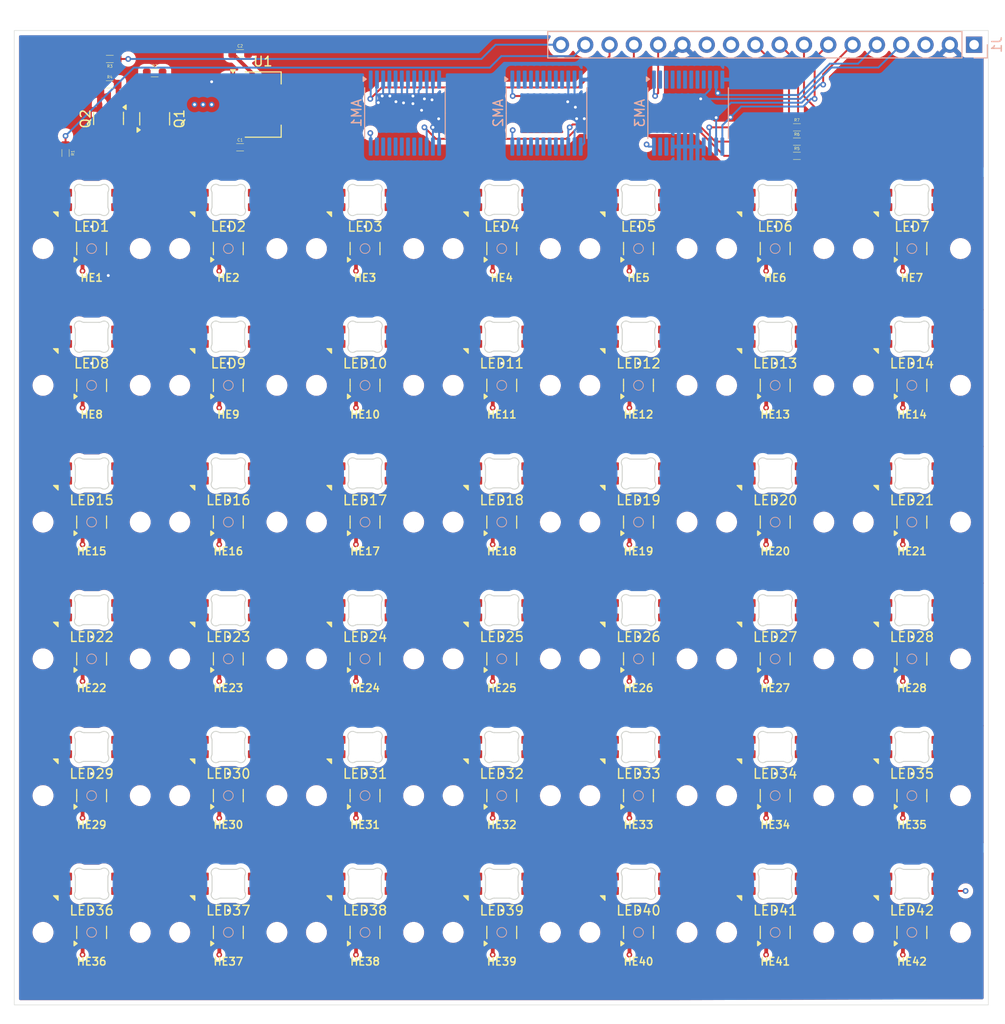
<source format=kicad_pcb>
(kicad_pcb (version 20241229) (generator "pcbnew") (generator_version "9.0")
  (layers (0 "F.Cu" signal) (4 "In1.Cu" signal) (6 "In2.Cu" signal) (2 "B.Cu" signal) (13 "F.Paste" user) (15 "B.Paste" user) (5 "F.SilkS" user "F.Silkscreen") (7 "B.SilkS" user "B.Silkscreen") (1 "F.Mask" user) (3 "B.Mask" user) (25 "Edge.Cuts" user))
  (net 0 "")
  (net 1 "+5V_RAW")
  (net 2 "GND")
  (net 3 "+3.3V")
  (net 4 "/HE1_1")
  (net 5 "/HE2_2")
  (net 6 "/HE3_3")
  (net 7 "/HE4_4")
  (net 8 "/HE5_5")
  (net 9 "/HE6_6")
  (net 10 "/HE7_7")
  (net 11 "/HE8_8")
  (net 12 "/HE9_9")
  (net 13 "/HE10_0")
  (net 14 "/HE11_Minus")
  (net 15 "/HE12_Equal")
  (net 16 "/HE13_Backspace")
  (net 17 "/HE14_Tab")
  (net 18 "/HE15_Q")
  (net 19 "/HE16_W")
  (net 20 "/HE17_E")
  (net 21 "/HE18_R")
  (net 22 "/HE19_T")
  (net 23 "/HE20_Y")
  (net 24 "/HE21_U")
  (net 25 "/HE22_I")
  (net 26 "/HE23_O")
  (net 27 "/HE24_P")
  (net 28 "/HE25_LeftBracket")
  (net 29 "/HE26_RightBracket")
  (net 30 "/HE27_Backslash")
  (net 31 "/HE28_Delete")
  (net 32 "/HE29_CapsLock")
  (net 33 "/HE30_A")
  (net 34 "/HE31_S")
  (net 35 "/HE32_D")
  (net 36 "/HE33_F")
  (net 37 "/HE34_G")
  (net 38 "/HE35_H")
  (net 39 "/HE36_J")
  (net 40 "/LED_IN")
  (net 41 "+5V")
  (net 42 "Net-(LED1-DOUT)")
  (net 43 "Net-(LED2-DOUT)")
  (net 44 "Net-(LED3-DOUT)")
  (net 45 "Net-(LED4-DOUT)")
  (net 46 "Net-(LED5-DOUT)")
  (net 47 "Net-(LED6-DOUT)")
  (net 48 "Net-(LED7-DOUT)")
  (net 49 "Net-(LED8-DOUT)")
  (net 50 "Net-(LED10-DIN)")
  (net 51 "Net-(LED10-DOUT)")
  (net 52 "Net-(LED11-DOUT)")
  (net 53 "Net-(LED12-DOUT)")
  (net 54 "Net-(LED13-DOUT)")
  (net 55 "Net-(LED14-DOUT)")
  (net 56 "Net-(LED15-DOUT)")
  (net 57 "Net-(LED16-DOUT)")
  (net 58 "Net-(LED17-DOUT)")
  (net 59 "Net-(LED18-DOUT)")
  (net 60 "Net-(LED19-DOUT)")
  (net 61 "Net-(LED20-DOUT)")
  (net 62 "Net-(LED21-DOUT)")
  (net 63 "Net-(LED22-DOUT)")
  (net 64 "Net-(LED23-DOUT)")
  (net 65 "Net-(LED24-DOUT)")
  (net 66 "Net-(LED25-DOUT)")
  (net 67 "Net-(LED26-DOUT)")
  (net 68 "Net-(LED27-DOUT)")
  (net 69 "Net-(LED28-DOUT)")
  (net 70 "Net-(LED29-DOUT)")
  (net 71 "Net-(LED30-DOUT)")
  (net 72 "Net-(LED31-DOUT)")
  (net 73 "Net-(LED32-DOUT)")
  (net 74 "Net-(LED33-DOUT)")
  (net 75 "Net-(LED34-DOUT)")
  (net 76 "Net-(LED35-DOUT)")
  (net 77 "/N_DRAIN_5V")
  (net 78 "/LED_GATE")
  (net 79 "/LED_ON_OFF")
  (net 80 "MUX_S3")
  (net 81 "MUX_S0")
  (net 82 "MUX1_ADC")
  (net 83 "MUX_S2")
  (net 84 "MUX_S1")
  (net 85 "MUX2_ADC")
  (net 86 "/MUX_EN3")
  (net 87 "MUX3_ADC")
  (net 88 "/MUX_EN2")
  (net 89 "/MUX_EN1")
  (net 90 "/HE37_K")
  (net 91 "/HE38_L")
  (net 92 "/HE39_Semicolon")
  (net 93 "/HE40_Quote")
  (net 94 "/HE41_Enter")
  (net 95 "/HE42_PgUp")
  (net 96 "Net-(LED36-DOUT)")
  (net 97 "Net-(LED37-DOUT)")
  (net 98 "Net-(LED38-DOUT)")
  (net 99 "Net-(LED39-DOUT)")
  (net 100 "Net-(LED40-DOUT)")
  (net 101 "Net-(LED41-DOUT)")
  (net 102 "LED_DATA_IN")
  (net 103 "/LED_OUT")
  (footprint "PCM_marbastlib-xp-he:SW_MX_HE_90deg_1u_4layer" (layer "F.Cu") (at 175.961071 131.131645)
    (property "Reference" "HE42")
    (property "Value" "49E")
  )
  (footprint "PCM_marbastlib-xp-he:SW_MX_HE_90deg_1u_4layer" (layer "F.Cu") (at 104.523571 59.694145)
    (property "Reference" "HE2")
    (property "Value" "49E")
  )
  (footprint "PCM_marbastlib-xp-he:SW_MX_HE_90deg_1u_4layer" (layer "F.Cu") (at 161.673571 88.269145)
    (property "Reference" "HE20")
    (property "Value" "49E")
  )
  (footprint "PCM_marbastlib-various:LED_6028R" (layer "F.Cu") (at 147.386071 83.189145)
    (property "Reference" "LED19")
    (property "Value" "SK6812MINI-E")
    (fp_line (start -1.699999 -0.702843) (end -1.699999 0.702841) (stroke (width 0.1)) (layer "Edge.Cuts"))
    (fp_line (start -0.794452 1.499999) (end 0.794452 1.499999) (stroke (width 0.1)) (layer "Edge.Cuts"))
    (fp_line (start 0.794452 -1.5) (end -0.794453 -1.5) (stroke (width 0.1)) (layer "Edge.Cuts"))
    (fp_line (start 1.699999 0.702841) (end 1.699999 -0.702843) (stroke (width 0.1)) (layer "Edge.Cuts"))
    (fp_arc (start -1.749484 -0.919721) (mid -1.712527 -0.814069) (end -1.699999 -0.702844) (stroke (width 0.1)) (layer "Edge.Cuts"))
    (fp_arc (start -1.749484 -0.919721) (mid -1.638071 -1.504036) (end -1.046711 -1.568299) (stroke (width 0.1)) (layer "Edge.Cuts"))
    (fp_arc (start -1.699999 0.702841) (mid -1.712527 0.814067) (end -1.749484 0.919719) (stroke (width 0.1)) (layer "Edge.Cuts"))
    (fp_arc (start -1.046711 1.568298) (mid -1.638072 1.504034) (end -1.749484 0.919718) (stroke (width 0.1)) (layer "Edge.Cuts"))
    (fp_arc (start -1.046711 1.568298) (mid -0.925123 1.517376) (end -0.794452 1.499999) (stroke (width 0.1)) (layer "Edge.Cuts"))
    (fp_arc (start -0.794453 -1.5) (mid -0.925123 -1.517377) (end -1.046711 -1.568299) (stroke (width 0.1)) (layer "Edge.Cuts"))
    (fp_arc (start 0.794452 1.499999) (mid 0.925122 1.517376) (end 1.04671 1.568298) (stroke (width 0.1)) (layer "Edge.Cuts"))
    (fp_arc (start 1.046711 -1.5683) (mid 0.925123 -1.517378) (end 0.794453 -1.500001) (stroke (width 0.1)) (layer "Edge.Cuts"))
    (fp_arc (start 1.046711 -1.5683) (mid 1.638071 -1.504036) (end 1.749484 -0.919721) (stroke (width 0.1)) (layer "Edge.Cuts"))
    (fp_arc (start 1.699999 -0.702843) (mid 1.712527 -0.814069) (end 1.749484 -0.919721) (stroke (width 0.1)) (layer "Edge.Cuts"))
    (fp_arc (start 1.749484 0.919719) (mid 1.63807 1.504033) (end 1.046711 1.568296) (stroke (width 0.1)) (layer "Edge.Cuts"))
    (fp_arc (start 1.749484 0.919719) (mid 1.712527 0.814067) (end 1.699999 0.702842) (stroke (width 0.1)) (layer "Edge.Cuts"))
  )
  (footprint "PCM_marbastlib-various:LED_6028R" (layer "F.Cu") (at 147.386071 126.051645)
    (property "Reference" "LED40")
    (property "Value" "SK6812MINI-E")
    (fp_line (start -1.699999 -0.702843) (end -1.699999 0.702841) (stroke (width 0.1)) (layer "Edge.Cuts"))
    (fp_line (start -0.794452 1.499999) (end 0.794452 1.499999) (stroke (width 0.1)) (layer "Edge.Cuts"))
    (fp_line (start 0.794452 -1.5) (end -0.794453 -1.5) (stroke (width 0.1)) (layer "Edge.Cuts"))
    (fp_line (start 1.699999 0.702841) (end 1.699999 -0.702843) (stroke (width 0.1)) (layer "Edge.Cuts"))
    (fp_arc (start -1.749484 -0.919721) (mid -1.712527 -0.814069) (end -1.699999 -0.702844) (stroke (width 0.1)) (layer "Edge.Cuts"))
    (fp_arc (start -1.749484 -0.919721) (mid -1.638071 -1.504036) (end -1.046711 -1.568299) (stroke (width 0.1)) (layer "Edge.Cuts"))
    (fp_arc (start -1.699999 0.702841) (mid -1.712527 0.814067) (end -1.749484 0.919719) (stroke (width 0.1)) (layer "Edge.Cuts"))
    (fp_arc (start -1.046711 1.568298) (mid -1.638072 1.504034) (end -1.749484 0.919718) (stroke (width 0.1)) (layer "Edge.Cuts"))
    (fp_arc (start -1.046711 1.568298) (mid -0.925123 1.517376) (end -0.794452 1.499999) (stroke (width 0.1)) (layer "Edge.Cuts"))
    (fp_arc (start -0.794453 -1.5) (mid -0.925123 -1.517377) (end -1.046711 -1.568299) (stroke (width 0.1)) (layer "Edge.Cuts"))
    (fp_arc (start 0.794452 1.499999) (mid 0.925122 1.517376) (end 1.04671 1.568298) (stroke (width 0.1)) (layer "Edge.Cuts"))
    (fp_arc (start 1.046711 -1.5683) (mid 0.925123 -1.517378) (end 0.794453 -1.500001) (stroke (width 0.1)) (layer "Edge.Cuts"))
    (fp_arc (start 1.046711 -1.5683) (mid 1.638071 -1.504036) (end 1.749484 -0.919721) (stroke (width 0.1)) (layer "Edge.Cuts"))
    (fp_arc (start 1.699999 -0.702843) (mid 1.712527 -0.814069) (end 1.749484 -0.919721) (stroke (width 0.1)) (layer "Edge.Cuts"))
    (fp_arc (start 1.749484 0.919719) (mid 1.63807 1.504033) (end 1.046711 1.568296) (stroke (width 0.1)) (layer "Edge.Cuts"))
    (fp_arc (start 1.749484 0.919719) (mid 1.712527 0.814067) (end 1.699999 0.702842) (stroke (width 0.1)) (layer "Edge.Cuts"))
  )
  (footprint "PCM_marbastlib-xp-he:SW_MX_HE_90deg_1u_4layer" (layer "F.Cu") (at 104.523571 88.269145)
    (property "Reference" "HE16")
    (property "Value" "49E")
  )
  (footprint "Mars_Library:C_0603" (layer "F.Cu") (at 105.7546 39.290592)
    (property "Reference" "C2")
    (property "Value" "100nF")
  )
  (footprint "PCM_marbastlib-various:LED_6028R" (layer "F.Cu") (at 118.811071 54.614145)
    (property "Reference" "LED3")
    (property "Value" "SK6812MINI-E")
    (fp_line (start -1.699999 -0.702843) (end -1.699999 0.702841) (stroke (width 0.1)) (layer "Edge.Cuts"))
    (fp_line (start -0.794452 1.499999) (end 0.794452 1.499999) (stroke (width 0.1)) (layer "Edge.Cuts"))
    (fp_line (start 0.794452 -1.5) (end -0.794453 -1.5) (stroke (width 0.1)) (layer "Edge.Cuts"))
    (fp_line (start 1.699999 0.702841) (end 1.699999 -0.702843) (stroke (width 0.1)) (layer "Edge.Cuts"))
    (fp_arc (start -1.749484 -0.919721) (mid -1.712527 -0.814069) (end -1.699999 -0.702844) (stroke (width 0.1)) (layer "Edge.Cuts"))
    (fp_arc (start -1.749484 -0.919721) (mid -1.638071 -1.504036) (end -1.046711 -1.568299) (stroke (width 0.1)) (layer "Edge.Cuts"))
    (fp_arc (start -1.699999 0.702841) (mid -1.712527 0.814067) (end -1.749484 0.919719) (stroke (width 0.1)) (layer "Edge.Cuts"))
    (fp_arc (start -1.046711 1.568298) (mid -1.638072 1.504034) (end -1.749484 0.919718) (stroke (width 0.1)) (layer "Edge.Cuts"))
    (fp_arc (start -1.046711 1.568298) (mid -0.925123 1.517376) (end -0.794452 1.499999) (stroke (width 0.1)) (layer "Edge.Cuts"))
    (fp_arc (start -0.794453 -1.5) (mid -0.925123 -1.517377) (end -1.046711 -1.568299) (stroke (width 0.1)) (layer "Edge.Cuts"))
    (fp_arc (start 0.794452 1.499999) (mid 0.925122 1.517376) (end 1.04671 1.568298) (stroke (width 0.1)) (layer "Edge.Cuts"))
    (fp_arc (start 1.046711 -1.5683) (mid 0.925123 -1.517378) (end 0.794453 -1.500001) (stroke (width 0.1)) (layer "Edge.Cuts"))
    (fp_arc (start 1.046711 -1.5683) (mid 1.638071 -1.504036) (end 1.749484 -0.919721) (stroke (width 0.1)) (layer "Edge.Cuts"))
    (fp_arc (start 1.699999 -0.702843) (mid 1.712527 -0.814069) (end 1.749484 -0.919721) (stroke (width 0.1)) (layer "Edge.Cuts"))
    (fp_arc (start 1.749484 0.919719) (mid 1.63807 1.504033) (end 1.046711 1.568296) (stroke (width 0.1)) (layer "Edge.Cuts"))
    (fp_arc (start 1.749484 0.919719) (mid 1.712527 0.814067) (end 1.699999 0.702842) (stroke (width 0.1)) (layer "Edge.Cuts"))
  )
  (footprint "PCM_marbastlib-various:LED_6028R" (layer "F.Cu") (at 133.098571 83.189145)
    (property "Reference" "LED18")
    (property "Value" "SK6812MINI-E")
    (fp_line (start -1.699999 -0.702843) (end -1.699999 0.702841) (stroke (width 0.1)) (layer "Edge.Cuts"))
    (fp_line (start -0.794452 1.499999) (end 0.794452 1.499999) (stroke (width 0.1)) (layer "Edge.Cuts"))
    (fp_line (start 0.794452 -1.5) (end -0.794453 -1.5) (stroke (width 0.1)) (layer "Edge.Cuts"))
    (fp_line (start 1.699999 0.702841) (end 1.699999 -0.702843) (stroke (width 0.1)) (layer "Edge.Cuts"))
    (fp_arc (start -1.749484 -0.919721) (mid -1.712527 -0.814069) (end -1.699999 -0.702844) (stroke (width 0.1)) (layer "Edge.Cuts"))
    (fp_arc (start -1.749484 -0.919721) (mid -1.638071 -1.504036) (end -1.046711 -1.568299) (stroke (width 0.1)) (layer "Edge.Cuts"))
    (fp_arc (start -1.699999 0.702841) (mid -1.712527 0.814067) (end -1.749484 0.919719) (stroke (width 0.1)) (layer "Edge.Cuts"))
    (fp_arc (start -1.046711 1.568298) (mid -1.638072 1.504034) (end -1.749484 0.919718) (stroke (width 0.1)) (layer "Edge.Cuts"))
    (fp_arc (start -1.046711 1.568298) (mid -0.925123 1.517376) (end -0.794452 1.499999) (stroke (width 0.1)) (layer "Edge.Cuts"))
    (fp_arc (start -0.794453 -1.5) (mid -0.925123 -1.517377) (end -1.046711 -1.568299) (stroke (width 0.1)) (layer "Edge.Cuts"))
    (fp_arc (start 0.794452 1.499999) (mid 0.925122 1.517376) (end 1.04671 1.568298) (stroke (width 0.1)) (layer "Edge.Cuts"))
    (fp_arc (start 1.046711 -1.5683) (mid 0.925123 -1.517378) (end 0.794453 -1.500001) (stroke (width 0.1)) (layer "Edge.Cuts"))
    (fp_arc (start 1.046711 -1.5683) (mid 1.638071 -1.504036) (end 1.749484 -0.919721) (stroke (width 0.1)) (layer "Edge.Cuts"))
    (fp_arc (start 1.699999 -0.702843) (mid 1.712527 -0.814069) (end 1.749484 -0.919721) (stroke (width 0.1)) (layer "Edge.Cuts"))
    (fp_arc (start 1.749484 0.919719) (mid 1.63807 1.504033) (end 1.046711 1.568296) (stroke (width 0.1)) (layer "Edge.Cuts"))
    (fp_arc (start 1.749484 0.919719) (mid 1.712527 0.814067) (end 1.699999 0.702842) (stroke (width 0.1)) (layer "Edge.Cuts"))
  )
  (footprint "PCM_marbastlib-various:LED_6028R" (layer "F.Cu") (at 90.236071 54.614145)
    (property "Reference" "LED1")
    (property "Value" "SK6812MINI-E")
    (fp_line (start -1.699999 -0.702843) (end -1.699999 0.702841) (stroke (width 0.1)) (layer "Edge.Cuts"))
    (fp_line (start -0.794452 1.499999) (end 0.794452 1.499999) (stroke (width 0.1)) (layer "Edge.Cuts"))
    (fp_line (start 0.794452 -1.5) (end -0.794453 -1.5) (stroke (width 0.1)) (layer "Edge.Cuts"))
    (fp_line (start 1.699999 0.702841) (end 1.699999 -0.702843) (stroke (width 0.1)) (layer "Edge.Cuts"))
    (fp_arc (start -1.749484 -0.919721) (mid -1.712527 -0.814069) (end -1.699999 -0.702844) (stroke (width 0.1)) (layer "Edge.Cuts"))
    (fp_arc (start -1.749484 -0.919721) (mid -1.638071 -1.504036) (end -1.046711 -1.568299) (stroke (width 0.1)) (layer "Edge.Cuts"))
    (fp_arc (start -1.699999 0.702841) (mid -1.712527 0.814067) (end -1.749484 0.919719) (stroke (width 0.1)) (layer "Edge.Cuts"))
    (fp_arc (start -1.046711 1.568298) (mid -1.638072 1.504034) (end -1.749484 0.919718) (stroke (width 0.1)) (layer "Edge.Cuts"))
    (fp_arc (start -1.046711 1.568298) (mid -0.925123 1.517376) (end -0.794452 1.499999) (stroke (width 0.1)) (layer "Edge.Cuts"))
    (fp_arc (start -0.794453 -1.5) (mid -0.925123 -1.517377) (end -1.046711 -1.568299) (stroke (width 0.1)) (layer "Edge.Cuts"))
    (fp_arc (start 0.794452 1.499999) (mid 0.925122 1.517376) (end 1.04671 1.568298) (stroke (width 0.1)) (layer "Edge.Cuts"))
    (fp_arc (start 1.046711 -1.5683) (mid 0.925123 -1.517378) (end 0.794453 -1.500001) (stroke (width 0.1)) (layer "Edge.Cuts"))
    (fp_arc (start 1.046711 -1.5683) (mid 1.638071 -1.504036) (end 1.749484 -0.919721) (stroke (width 0.1)) (layer "Edge.Cuts"))
    (fp_arc (start 1.699999 -0.702843) (mid 1.712527 -0.814069) (end 1.749484 -0.919721) (stroke (width 0.1)) (layer "Edge.Cuts"))
    (fp_arc (start 1.749484 0.919719) (mid 1.63807 1.504033) (end 1.046711 1.568296) (stroke (width 0.1)) (layer "Edge.Cuts"))
    (fp_arc (start 1.749484 0.919719) (mid 1.712527 0.814067) (end 1.699999 0.702842) (stroke (width 0.1)) (layer "Edge.Cuts"))
  )
  (footprint "PCM_marbastlib-various:LED_6028R" (layer "F.Cu") (at 104.523571 126.051645)
    (property "Reference" "LED37")
    (property "Value" "SK6812MINI-E")
    (fp_line (start -1.699999 -0.702843) (end -1.699999 0.702841) (stroke (width 0.1)) (layer "Edge.Cuts"))
    (fp_line (start -0.794452 1.499999) (end 0.794452 1.499999) (stroke (width 0.1)) (layer "Edge.Cuts"))
    (fp_line (start 0.794452 -1.5) (end -0.794453 -1.5) (stroke (width 0.1)) (layer "Edge.Cuts"))
    (fp_line (start 1.699999 0.702841) (end 1.699999 -0.702843) (stroke (width 0.1)) (layer "Edge.Cuts"))
    (fp_arc (start -1.749484 -0.919721) (mid -1.712527 -0.814069) (end -1.699999 -0.702844) (stroke (width 0.1)) (layer "Edge.Cuts"))
    (fp_arc (start -1.749484 -0.919721) (mid -1.638071 -1.504036) (end -1.046711 -1.568299) (stroke (width 0.1)) (layer "Edge.Cuts"))
    (fp_arc (start -1.699999 0.702841) (mid -1.712527 0.814067) (end -1.749484 0.919719) (stroke (width 0.1)) (layer "Edge.Cuts"))
    (fp_arc (start -1.046711 1.568298) (mid -1.638072 1.504034) (end -1.749484 0.919718) (stroke (width 0.1)) (layer "Edge.Cuts"))
    (fp_arc (start -1.046711 1.568298) (mid -0.925123 1.517376) (end -0.794452 1.499999) (stroke (width 0.1)) (layer "Edge.Cuts"))
    (fp_arc (start -0.794453 -1.5) (mid -0.925123 -1.517377) (end -1.046711 -1.568299) (stroke (width 0.1)) (layer "Edge.Cuts"))
    (fp_arc (start 0.794452 1.499999) (mid 0.925122 1.517376) (end 1.04671 1.568298) (stroke (width 0.1)) (layer "Edge.Cuts"))
    (fp_arc (start 1.046711 -1.5683) (mid 0.925123 -1.517378) (end 0.794453 -1.500001) (stroke (width 0.1)) (layer "Edge.Cuts"))
    (fp_arc (start 1.046711 -1.5683) (mid 1.638071 -1.504036) (end 1.749484 -0.919721) (stroke (width 0.1)) (layer "Edge.Cuts"))
    (fp_arc (start 1.699999 -0.702843) (mid 1.712527 -0.814069) (end 1.749484 -0.919721) (stroke (width 0.1)) (layer "Edge.Cuts"))
    (fp_arc (start 1.749484 0.919719) (mid 1.63807 1.504033) (end 1.046711 1.568296) (stroke (width 0.1)) (layer "Edge.Cuts"))
    (fp_arc (start 1.749484 0.919719) (mid 1.712527 0.814067) (end 1.699999 0.702842) (stroke (width 0.1)) (layer "Edge.Cuts"))
  )
  (footprint "PCM_marbastlib-xp-he:SW_MX_HE_90deg_1u_4layer" (layer "F.Cu") (at 133.098571 131.131645)
    (property "Reference" "HE39")
    (property "Value" "49E")
  )
  (footprint "PCM_marbastlib-xp-he:SW_MX_HE_90deg_1u_4layer" (layer "F.Cu") (at 161.673571 73.981645)
    (property "Reference" "HE13")
    (property "Value" "49E")
  )
  (footprint "PCM_marbastlib-various:LED_6028R" (layer "F.Cu") (at 175.961071 97.476645)
    (property "Reference" "LED28")
    (property "Value" "SK6812MINI-E")
    (fp_line (start -1.699999 -0.702843) (end -1.699999 0.702841) (stroke (width 0.1)) (layer "Edge.Cuts"))
    (fp_line (start -0.794452 1.499999) (end 0.794452 1.499999) (stroke (width 0.1)) (layer "Edge.Cuts"))
    (fp_line (start 0.794452 -1.5) (end -0.794453 -1.5) (stroke (width 0.1)) (layer "Edge.Cuts"))
    (fp_line (start 1.699999 0.702841) (end 1.699999 -0.702843) (stroke (width 0.1)) (layer "Edge.Cuts"))
    (fp_arc (start -1.749484 -0.919721) (mid -1.712527 -0.814069) (end -1.699999 -0.702844) (stroke (width 0.1)) (layer "Edge.Cuts"))
    (fp_arc (start -1.749484 -0.919721) (mid -1.638071 -1.504036) (end -1.046711 -1.568299) (stroke (width 0.1)) (layer "Edge.Cuts"))
    (fp_arc (start -1.699999 0.702841) (mid -1.712527 0.814067) (end -1.749484 0.919719) (stroke (width 0.1)) (layer "Edge.Cuts"))
    (fp_arc (start -1.046711 1.568298) (mid -1.638072 1.504034) (end -1.749484 0.919718) (stroke (width 0.1)) (layer "Edge.Cuts"))
    (fp_arc (start -1.046711 1.568298) (mid -0.925123 1.517376) (end -0.794452 1.499999) (stroke (width 0.1)) (layer "Edge.Cuts"))
    (fp_arc (start -0.794453 -1.5) (mid -0.925123 -1.517377) (end -1.046711 -1.568299) (stroke (width 0.1)) (layer "Edge.Cuts"))
    (fp_arc (start 0.794452 1.499999) (mid 0.925122 1.517376) (end 1.04671 1.568298) (stroke (width 0.1)) (layer "Edge.Cuts"))
    (fp_arc (start 1.046711 -1.5683) (mid 0.925123 -1.517378) (end 0.794453 -1.500001) (stroke (width 0.1)) (layer "Edge.Cuts"))
    (fp_arc (start 1.046711 -1.5683) (mid 1.638071 -1.504036) (end 1.749484 -0.919721) (stroke (width 0.1)) (layer "Edge.Cuts"))
    (fp_arc (start 1.699999 -0.702843) (mid 1.712527 -0.814069) (end 1.749484 -0.919721) (stroke (width 0.1)) (layer "Edge.Cuts"))
    (fp_arc (start 1.749484 0.919719) (mid 1.63807 1.504033) (end 1.046711 1.568296) (stroke (width 0.1)) (layer "Edge.Cuts"))
    (fp_arc (start 1.749484 0.919719) (mid 1.712527 0.814067) (end 1.699999 0.702842) (stroke (width 0.1)) (layer "Edge.Cuts"))
  )
  (footprint "Mars_Library:R_0603" (layer "F.Cu") (at 96.82492 41.374184)
    (property "Reference" "R2")
    (property "Value" "100K")
  )
  (footprint "PCM_marbastlib-xp-he:SW_MX_HE_90deg_1u_4layer" (layer "F.Cu") (at 118.811071 88.269145)
    (property "Reference" "HE17")
    (property "Value" "49E")
  )
  (footprint "PCM_marbastlib-xp-he:SW_MX_HE_90deg_1u_4layer" (layer "F.Cu") (at 118.811071 102.556645)
    (property "Reference" "HE24")
    (property "Value" "49E")
  )
  (footprint "PCM_marbastlib-various:LED_6028R" (layer "F.Cu") (at 118.811071 83.189145)
    (property "Reference" "LED17")
    (property "Value" "SK6812MINI-E")
    (fp_line (start -1.699999 -0.702843) (end -1.699999 0.702841) (stroke (width 0.1)) (layer "Edge.Cuts"))
    (fp_line (start -0.794452 1.499999) (end 0.794452 1.499999) (stroke (width 0.1)) (layer "Edge.Cuts"))
    (fp_line (start 0.794452 -1.5) (end -0.794453 -1.5) (stroke (width 0.1)) (layer "Edge.Cuts"))
    (fp_line (start 1.699999 0.702841) (end 1.699999 -0.702843) (stroke (width 0.1)) (layer "Edge.Cuts"))
    (fp_arc (start -1.749484 -0.919721) (mid -1.712527 -0.814069) (end -1.699999 -0.702844) (stroke (width 0.1)) (layer "Edge.Cuts"))
    (fp_arc (start -1.749484 -0.919721) (mid -1.638071 -1.504036) (end -1.046711 -1.568299) (stroke (width 0.1)) (layer "Edge.Cuts"))
    (fp_arc (start -1.699999 0.702841) (mid -1.712527 0.814067) (end -1.749484 0.919719) (stroke (width 0.1)) (layer "Edge.Cuts"))
    (fp_arc (start -1.046711 1.568298) (mid -1.638072 1.504034) (end -1.749484 0.919718) (stroke (width 0.1)) (layer "Edge.Cuts"))
    (fp_arc (start -1.046711 1.568298) (mid -0.925123 1.517376) (end -0.794452 1.499999) (stroke (width 0.1)) (layer "Edge.Cuts"))
    (fp_arc (start -0.794453 -1.5) (mid -0.925123 -1.517377) (end -1.046711 -1.568299) (stroke (width 0.1)) (layer "Edge.Cuts"))
    (fp_arc (start 0.794452 1.499999) (mid 0.925122 1.517376) (end 1.04671 1.568298) (stroke (width 0.1)) (layer "Edge.Cuts"))
    (fp_arc (start 1.046711 -1.5683) (mid 0.925123 -1.517378) (end 0.794453 -1.500001) (stroke (width 0.1)) (layer "Edge.Cuts"))
    (fp_arc (start 1.046711 -1.5683) (mid 1.638071 -1.504036) (end 1.749484 -0.919721) (stroke (width 0.1)) (layer "Edge.Cuts"))
    (fp_arc (start 1.699999 -0.702843) (mid 1.712527 -0.814069) (end 1.749484 -0.919721) (stroke (width 0.1)) (layer "Edge.Cuts"))
    (fp_arc (start 1.749484 0.919719) (mid 1.63807 1.504033) (end 1.046711 1.568296) (stroke (width 0.1)) (layer "Edge.Cuts"))
    (fp_arc (start 1.749484 0.919719) (mid 1.712527 0.814067) (end 1.699999 0.702842) (stroke (width 0.1)) (layer "Edge.Cuts"))
  )
  (footprint "PCM_marbastlib-xp-he:SW_MX_HE_90deg_1u_4layer" (layer "F.Cu") (at 133.098571 59.694145)
    (property "Reference" "HE4")
    (property "Value" "49E")
  )
  (footprint "Mars_Library:R_0603" (layer "F.Cu") (at 163.940488 47.029648)
    (property "Reference" "R7")
    (property "Value" "0R")
  )
  (footprint "PCM_marbastlib-various:LED_6028R" (layer "F.Cu") (at 147.386071 68.901645)
    (property "Reference" "LED12")
    (property "Value" "SK6812MINI-E")
    (fp_line (start -1.699999 -0.702843) (end -1.699999 0.702841) (stroke (width 0.1)) (layer "Edge.Cuts"))
    (fp_line (start -0.794452 1.499999) (end 0.794452 1.499999) (stroke (width 0.1)) (layer "Edge.Cuts"))
    (fp_line (start 0.794452 -1.5) (end -0.794453 -1.5) (stroke (width 0.1)) (layer "Edge.Cuts"))
    (fp_line (start 1.699999 0.702841) (end 1.699999 -0.702843) (stroke (width 0.1)) (layer "Edge.Cuts"))
    (fp_arc (start -1.749484 -0.919721) (mid -1.712527 -0.814069) (end -1.699999 -0.702844) (stroke (width 0.1)) (layer "Edge.Cuts"))
    (fp_arc (start -1.749484 -0.919721) (mid -1.638071 -1.504036) (end -1.046711 -1.568299) (stroke (width 0.1)) (layer "Edge.Cuts"))
    (fp_arc (start -1.699999 0.702841) (mid -1.712527 0.814067) (end -1.749484 0.919719) (stroke (width 0.1)) (layer "Edge.Cuts"))
    (fp_arc (start -1.046711 1.568298) (mid -1.638072 1.504034) (end -1.749484 0.919718) (stroke (width 0.1)) (layer "Edge.Cuts"))
    (fp_arc (start -1.046711 1.568298) (mid -0.925123 1.517376) (end -0.794452 1.499999) (stroke (width 0.1)) (layer "Edge.Cuts"))
    (fp_arc (start -0.794453 -1.5) (mid -0.925123 -1.517377) (end -1.046711 -1.568299) (stroke (width 0.1)) (layer "Edge.Cuts"))
    (fp_arc (start 0.794452 1.499999) (mid 0.925122 1.517376) (end 1.04671 1.568298) (stroke (width 0.1)) (layer "Edge.Cuts"))
    (fp_arc (start 1.046711 -1.5683) (mid 0.925123 -1.517378) (end 0.794453 -1.500001) (stroke (width 0.1)) (layer "Edge.Cuts"))
    (fp_arc (start 1.046711 -1.5683) (mid 1.638071 -1.504036) (end 1.749484 -0.919721) (stroke (width 0.1)) (layer "Edge.Cuts"))
    (fp_arc (start 1.699999 -0.702843) (mid 1.712527 -0.814069) (end 1.749484 -0.919721) (stroke (width 0.1)) (layer "Edge.Cuts"))
    (fp_arc (start 1.749484 0.919719) (mid 1.63807 1.504033) (end 1.046711 1.568296) (stroke (width 0.1)) (layer "Edge.Cuts"))
    (fp_arc (start 1.749484 0.919719) (mid 1.712527 0.814067) (end 1.699999 0.702842) (stroke (width 0.1)) (layer "Edge.Cuts"))
  )
  (footprint "PCM_marbastlib-xp-he:SW_MX_HE_90deg_1u_4layer" (layer "F.Cu") (at 175.961071 59.694145)
    (property "Reference" "HE7")
    (property "Value" "49E")
  )
  (footprint "Package_TO_SOT_SMD:SOT-23" (layer "F.Cu") (at 92.005392 46.092148 -90)
    (property "Reference" "Q2")
    (property "Value" "BSS138")
  )
  (footprint "PCM_marbastlib-various:LED_6028R" (layer "F.Cu") (at 147.386071 111.764145)
    (property "Reference" "LED33")
    (property "Value" "SK6812MINI-E")
    (fp_line (start -1.699999 -0.702843) (end -1.699999 0.702841) (stroke (width 0.1)) (layer "Edge.Cuts"))
    (fp_line (start -0.794452 1.499999) (end 0.794452 1.499999) (stroke (width 0.1)) (layer "Edge.Cuts"))
    (fp_line (start 0.794452 -1.5) (end -0.794453 -1.5) (stroke (width 0.1)) (layer "Edge.Cuts"))
    (fp_line (start 1.699999 0.702841) (end 1.699999 -0.702843) (stroke (width 0.1)) (layer "Edge.Cuts"))
    (fp_arc (start -1.749484 -0.919721) (mid -1.712527 -0.814069) (end -1.699999 -0.702844) (stroke (width 0.1)) (layer "Edge.Cuts"))
    (fp_arc (start -1.749484 -0.919721) (mid -1.638071 -1.504036) (end -1.046711 -1.568299) (stroke (width 0.1)) (layer "Edge.Cuts"))
    (fp_arc (start -1.699999 0.702841) (mid -1.712527 0.814067) (end -1.749484 0.919719) (stroke (width 0.1)) (layer "Edge.Cuts"))
    (fp_arc (start -1.046711 1.568298) (mid -1.638072 1.504034) (end -1.749484 0.919718) (stroke (width 0.1)) (layer "Edge.Cuts"))
    (fp_arc (start -1.046711 1.568298) (mid -0.925123 1.517376) (end -0.794452 1.499999) (stroke (width 0.1)) (layer "Edge.Cuts"))
    (fp_arc (start -0.794453 -1.5) (mid -0.925123 -1.517377) (end -1.046711 -1.568299) (stroke (width 0.1)) (layer "Edge.Cuts"))
    (fp_arc (start 0.794452 1.499999) (mid 0.925122 1.517376) (end 1.04671 1.568298) (stroke (width 0.1)) (layer "Edge.Cuts"))
    (fp_arc (start 1.046711 -1.5683) (mid 0.925123 -1.517378) (end 0.794453 -1.500001) (stroke (width 0.1)) (layer "Edge.Cuts"))
    (fp_arc (start 1.046711 -1.5683) (mid 1.638071 -1.504036) (end 1.749484 -0.919721) (stroke (width 0.1)) (layer "Edge.Cuts"))
    (fp_arc (start 1.699999 -0.702843) (mid 1.712527 -0.814069) (end 1.749484 -0.919721) (stroke (width 0.1)) (layer "Edge.Cuts"))
    (fp_arc (start 1.749484 0.919719) (mid 1.63807 1.504033) (end 1.046711 1.568296) (stroke (width 0.1)) (layer "Edge.Cuts"))
    (fp_arc (start 1.749484 0.919719) (mid 1.712527 0.814067) (end 1.699999 0.702842) (stroke (width 0.1)) (layer "Edge.Cuts"))
  )
  (footprint "PCM_marbastlib-xp-he:SW_MX_HE_90deg_1u_4layer" (layer "F.Cu") (at 118.811071 73.981645)
    (property "Reference" "HE10")
    (property "Value" "49E")
  )
  (footprint "PCM_marbastlib-various:LED_6028R" (layer "F.Cu") (at 147.386071 97.476645)
    (property "Reference" "LED26")
    (property "Value" "SK6812MINI-E")
    (fp_line (start -1.699999 -0.702843) (end -1.699999 0.702841) (stroke (width 0.1)) (layer "Edge.Cuts"))
    (fp_line (start -0.794452 1.499999) (end 0.794452 1.499999) (stroke (width 0.1)) (layer "Edge.Cuts"))
    (fp_line (start 0.794452 -1.5) (end -0.794453 -1.5) (stroke (width 0.1)) (layer "Edge.Cuts"))
    (fp_line (start 1.699999 0.702841) (end 1.699999 -0.702843) (stroke (width 0.1)) (layer "Edge.Cuts"))
    (fp_arc (start -1.749484 -0.919721) (mid -1.712527 -0.814069) (end -1.699999 -0.702844) (stroke (width 0.1)) (layer "Edge.Cuts"))
    (fp_arc (start -1.749484 -0.919721) (mid -1.638071 -1.504036) (end -1.046711 -1.568299) (stroke (width 0.1)) (layer "Edge.Cuts"))
    (fp_arc (start -1.699999 0.702841) (mid -1.712527 0.814067) (end -1.749484 0.919719) (stroke (width 0.1)) (layer "Edge.Cuts"))
    (fp_arc (start -1.046711 1.568298) (mid -1.638072 1.504034) (end -1.749484 0.919718) (stroke (width 0.1)) (layer "Edge.Cuts"))
    (fp_arc (start -1.046711 1.568298) (mid -0.925123 1.517376) (end -0.794452 1.499999) (stroke (width 0.1)) (layer "Edge.Cuts"))
    (fp_arc (start -0.794453 -1.5) (mid -0.925123 -1.517377) (end -1.046711 -1.568299) (stroke (width 0.1)) (layer "Edge.Cuts"))
    (fp_arc (start 0.794452 1.499999) (mid 0.925122 1.517376) (end 1.04671 1.568298) (stroke (width 0.1)) (layer "Edge.Cuts"))
    (fp_arc (start 1.046711 -1.5683) (mid 0.925123 -1.517378) (end 0.794453 -1.500001) (stroke (width 0.1)) (layer "Edge.Cuts"))
    (fp_arc (start 1.046711 -1.5683) (mid 1.638071 -1.504036) (end 1.749484 -0.919721) (stroke (width 0.1)) (layer "Edge.Cuts"))
    (fp_arc (start 1.699999 -0.702843) (mid 1.712527 -0.814069) (end 1.749484 -0.919721) (stroke (width 0.1)) (layer "Edge.Cuts"))
    (fp_arc (start 1.749484 0.919719) (mid 1.63807 1.504033) (end 1.046711 1.568296) (stroke (width 0.1)) (layer "Edge.Cuts"))
    (fp_arc (start 1.749484 0.919719) (mid 1.712527 0.814067) (end 1.699999 0.702842) (stroke (width 0.1)) (layer "Edge.Cuts"))
  )
  (footprint "PCM_marbastlib-various:LED_6028R" (layer "F.Cu") (at 118.811071 97.476645)
    (property "Reference" "LED24")
    (property "Value" "SK6812MINI-E")
    (fp_line (start -1.699999 -0.702843) (end -1.699999 0.702841) (stroke (width 0.1)) (layer "Edge.Cuts"))
    (fp_line (start -0.794452 1.499999) (end 0.794452 1.499999) (stroke (width 0.1)) (layer "Edge.Cuts"))
    (fp_line (start 0.794452 -1.5) (end -0.794453 -1.5) (stroke (width 0.1)) (layer "Edge.Cuts"))
    (fp_line (start 1.699999 0.702841) (end 1.699999 -0.702843) (stroke (width 0.1)) (layer "Edge.Cuts"))
    (fp_arc (start -1.749484 -0.919721) (mid -1.712527 -0.814069) (end -1.699999 -0.702844) (stroke (width 0.1)) (layer "Edge.Cuts"))
    (fp_arc (start -1.749484 -0.919721) (mid -1.638071 -1.504036) (end -1.046711 -1.568299) (stroke (width 0.1)) (layer "Edge.Cuts"))
    (fp_arc (start -1.699999 0.702841) (mid -1.712527 0.814067) (end -1.749484 0.919719) (stroke (width 0.1)) (layer "Edge.Cuts"))
    (fp_arc (start -1.046711 1.568298) (mid -1.638072 1.504034) (end -1.749484 0.919718) (stroke (width 0.1)) (layer "Edge.Cuts"))
    (fp_arc (start -1.046711 1.568298) (mid -0.925123 1.517376) (end -0.794452 1.499999) (stroke (width 0.1)) (layer "Edge.Cuts"))
    (fp_arc (start -0.794453 -1.5) (mid -0.925123 -1.517377) (end -1.046711 -1.568299) (stroke (width 0.1)) (layer "Edge.Cuts"))
    (fp_arc (start 0.794452 1.499999) (mid 0.925122 1.517376) (end 1.04671 1.568298) (stroke (width 0.1)) (layer "Edge.Cuts"))
    (fp_arc (start 1.046711 -1.5683) (mid 0.925123 -1.517378) (end 0.794453 -1.500001) (stroke (width 0.1)) (layer "Edge.Cuts"))
    (fp_arc (start 1.046711 -1.5683) (mid 1.638071 -1.504036) (end 1.749484 -0.919721) (stroke (width 0.1)) (layer "Edge.Cuts"))
    (fp_arc (start 1.699999 -0.702843) (mid 1.712527 -0.814069) (end 1.749484 -0.919721) (stroke (width 0.1)) (layer "Edge.Cuts"))
    (fp_arc (start 1.749484 0.919719) (mid 1.63807 1.504033) (end 1.046711 1.568296) (stroke (width 0.1)) (layer "Edge.Cuts"))
    (fp_arc (start 1.749484 0.919719) (mid 1.712527 0.814067) (end 1.699999 0.702842) (stroke (width 0.1)) (layer "Edge.Cuts"))
  )
  (footprint "PCM_marbastlib-xp-he:SW_MX_HE_90deg_1u_4layer" (layer "F.Cu") (at 133.098571 102.556645)
    (property "Reference" "HE25")
    (property "Value" "49E")
  )
  (footprint "Mars_Library:R_0603" (layer "F.Cu") (at 92.130392 42.539866)
    (property "Reference" "R4")
    (property "Value" "1M")
  )
  (footprint "PCM_marbastlib-xp-he:SW_MX_HE_90deg_1u_4layer" (layer "F.Cu") (at 90.236071 88.269145)
    (property "Reference" "HE15")
    (property "Value" "49E")
  )
  (footprint "PCM_marbastlib-various:LED_6028R" (layer "F.Cu") (at 161.673571 97.476645)
    (property "Reference" "LED27")
    (property "Value" "SK6812MINI-E")
    (fp_line (start -1.699999 -0.702843) (end -1.699999 0.702841) (stroke (width 0.1)) (layer "Edge.Cuts"))
    (fp_line (start -0.794452 1.499999) (end 0.794452 1.499999) (stroke (width 0.1)) (layer "Edge.Cuts"))
    (fp_line (start 0.794452 -1.5) (end -0.794453 -1.5) (stroke (width 0.1)) (layer "Edge.Cuts"))
    (fp_line (start 1.699999 0.702841) (end 1.699999 -0.702843) (stroke (width 0.1)) (layer "Edge.Cuts"))
    (fp_arc (start -1.749484 -0.919721) (mid -1.712527 -0.814069) (end -1.699999 -0.702844) (stroke (width 0.1)) (layer "Edge.Cuts"))
    (fp_arc (start -1.749484 -0.919721) (mid -1.638071 -1.504036) (end -1.046711 -1.568299) (stroke (width 0.1)) (layer "Edge.Cuts"))
    (fp_arc (start -1.699999 0.702841) (mid -1.712527 0.814067) (end -1.749484 0.919719) (stroke (width 0.1)) (layer "Edge.Cuts"))
    (fp_arc (start -1.046711 1.568298) (mid -1.638072 1.504034) (end -1.749484 0.919718) (stroke (width 0.1)) (layer "Edge.Cuts"))
    (fp_arc (start -1.046711 1.568298) (mid -0.925123 1.517376) (end -0.794452 1.499999) (stroke (width 0.1)) (layer "Edge.Cuts"))
    (fp_arc (start -0.794453 -1.5) (mid -0.925123 -1.517377) (end -1.046711 -1.568299) (stroke (width 0.1)) (layer "Edge.Cuts"))
    (fp_arc (start 0.794452 1.499999) (mid 0.925122 1.517376) (end 1.04671 1.568298) (stroke (width 0.1)) (layer "Edge.Cuts"))
    (fp_arc (start 1.046711 -1.5683) (mid 0.925123 -1.517378) (end 0.794453 -1.500001) (stroke (width 0.1)) (layer "Edge.Cuts"))
    (fp_arc (start 1.046711 -1.5683) (mid 1.638071 -1.504036) (end 1.749484 -0.919721) (stroke (width 0.1)) (layer "Edge.Cuts"))
    (fp_arc (start 1.699999 -0.702843) (mid 1.712527 -0.814069) (end 1.749484 -0.919721) (stroke (width 0.1)) (layer "Edge.Cuts"))
    (fp_arc (start 1.749484 0.919719) (mid 1.63807 1.504033) (end 1.046711 1.568296) (stroke (width 0.1)) (layer "Edge.Cuts"))
    (fp_arc (start 1.749484 0.919719) (mid 1.712527 0.814067) (end 1.699999 0.702842) (stroke (width 0.1)) (layer "Edge.Cuts"))
  )
  (footprint "PCM_marbastlib-xp-he:SW_MX_HE_90deg_1u_4layer" (layer "F.Cu") (at 175.961071 88.269145)
    (property "Reference" "HE21")
    (property "Value" "49E")
  )
  (footprint "PCM_marbastlib-various:LED_6028R" (layer "F.Cu") (at 133.098571 54.614145)
    (property "Reference" "LED4")
    (property "Value" "SK6812MINI-E")
    (fp_line (start -1.699999 -0.702843) (end -1.699999 0.702841) (stroke (width 0.1)) (layer "Edge.Cuts"))
    (fp_line (start -0.794452 1.499999) (end 0.794452 1.499999) (stroke (width 0.1)) (layer "Edge.Cuts"))
    (fp_line (start 0.794452 -1.5) (end -0.794453 -1.5) (stroke (width 0.1)) (layer "Edge.Cuts"))
    (fp_line (start 1.699999 0.702841) (end 1.699999 -0.702843) (stroke (width 0.1)) (layer "Edge.Cuts"))
    (fp_arc (start -1.749484 -0.919721) (mid -1.712527 -0.814069) (end -1.699999 -0.702844) (stroke (width 0.1)) (layer "Edge.Cuts"))
    (fp_arc (start -1.749484 -0.919721) (mid -1.638071 -1.504036) (end -1.046711 -1.568299) (stroke (width 0.1)) (layer "Edge.Cuts"))
    (fp_arc (start -1.699999 0.702841) (mid -1.712527 0.814067) (end -1.749484 0.919719) (stroke (width 0.1)) (layer "Edge.Cuts"))
    (fp_arc (start -1.046711 1.568298) (mid -1.638072 1.504034) (end -1.749484 0.919718) (stroke (width 0.1)) (layer "Edge.Cuts"))
    (fp_arc (start -1.046711 1.568298) (mid -0.925123 1.517376) (end -0.794452 1.499999) (stroke (width 0.1)) (layer "Edge.Cuts"))
    (fp_arc (start -0.794453 -1.5) (mid -0.925123 -1.517377) (end -1.046711 -1.568299) (stroke (width 0.1)) (layer "Edge.Cuts"))
    (fp_arc (start 0.794452 1.499999) (mid 0.925122 1.517376) (end 1.04671 1.568298) (stroke (width 0.1)) (layer "Edge.Cuts"))
    (fp_arc (start 1.046711 -1.5683) (mid 0.925123 -1.517378) (end 0.794453 -1.500001) (stroke (width 0.1)) (layer "Edge.Cuts"))
    (fp_arc (start 1.046711 -1.5683) (mid 1.638071 -1.504036) (end 1.749484 -0.919721) (stroke (width 0.1)) (layer "Edge.Cuts"))
    (fp_arc (start 1.699999 -0.702843) (mid 1.712527 -0.814069) (end 1.749484 -0.919721) (stroke (width 0.1)) (layer "Edge.Cuts"))
    (fp_arc (start 1.749484 0.919719) (mid 1.63807 1.504033) (end 1.046711 1.568296) (stroke (width 0.1)) (layer "Edge.Cuts"))
    (fp_arc (start 1.749484 0.919719) (mid 1.712527 0.814067) (end 1.699999 0.702842) (stroke (width 0.1)) (layer "Edge.Cuts"))
  )
  (footprint "PCM_marbastlib-xp-he:SW_MX_HE_90deg_1u_4layer" (layer "F.Cu") (at 147.386071 116.844145)
    (property "Reference" "HE33")
    (property "Value" "49E")
  )
  (footprint "PCM_marbastlib-various:LED_6028R" (layer "F.Cu") (at 118.811071 111.764145)
    (property "Reference" "LED31")
    (property "Value" "SK6812MINI-E")
    (fp_line (start -1.699999 -0.702843) (end -1.699999 0.702841) (stroke (width 0.1)) (layer "Edge.Cuts"))
    (fp_line (start -0.794452 1.499999) (end 0.794452 1.499999) (stroke (width 0.1)) (layer "Edge.Cuts"))
    (fp_line (start 0.794452 -1.5) (end -0.794453 -1.5) (stroke (width 0.1)) (layer "Edge.Cuts"))
    (fp_line (start 1.699999 0.702841) (end 1.699999 -0.702843) (stroke (width 0.1)) (layer "Edge.Cuts"))
    (fp_arc (start -1.749484 -0.919721) (mid -1.712527 -0.814069) (end -1.699999 -0.702844) (stroke (width 0.1)) (layer "Edge.Cuts"))
    (fp_arc (start -1.749484 -0.919721) (mid -1.638071 -1.504036) (end -1.046711 -1.568299) (stroke (width 0.1)) (layer "Edge.Cuts"))
    (fp_arc (start -1.699999 0.702841) (mid -1.712527 0.814067) (end -1.749484 0.919719) (stroke (width 0.1)) (layer "Edge.Cuts"))
    (fp_arc (start -1.046711 1.568298) (mid -1.638072 1.504034) (end -1.749484 0.919718) (stroke (width 0.1)) (layer "Edge.Cuts"))
    (fp_arc (start -1.046711 1.568298) (mid -0.925123 1.517376) (end -0.794452 1.499999) (stroke (width 0.1)) (layer "Edge.Cuts"))
    (fp_arc (start -0.794453 -1.5) (mid -0.925123 -1.517377) (end -1.046711 -1.568299) (stroke (width 0.1)) (layer "Edge.Cuts"))
    (fp_arc (start 0.794452 1.499999) (mid 0.925122 1.517376) (end 1.04671 1.568298) (stroke (width 0.1)) (layer "Edge.Cuts"))
    (fp_arc (start 1.046711 -1.5683) (mid 0.925123 -1.517378) (end 0.794453 -1.500001) (stroke (width 0.1)) (layer "Edge.Cuts"))
    (fp_arc (start 1.046711 -1.5683) (mid 1.638071 -1.504036) (end 1.749484 -0.919721) (stroke (width 0.1)) (layer "Edge.Cuts"))
    (fp_arc (start 1.699999 -0.702843) (mid 1.712527 -0.814069) (end 1.749484 -0.919721) (stroke (width 0.1)) (layer "Edge.Cuts"))
    (fp_arc (start 1.749484 0.919719) (mid 1.63807 1.504033) (end 1.046711 1.568296) (stroke (width 0.1)) (layer "Edge.Cuts"))
    (fp_arc (start 1.749484 0.919719) (mid 1.712527 0.814067) (end 1.699999 0.702842) (stroke (width 0.1)) (layer "Edge.Cuts"))
  )
  (footprint "PCM_marbastlib-xp-he:SW_MX_HE_90deg_1u_4layer" (layer "F.Cu") (at 161.673571 116.844145)
    (property "Reference" "HE34")
    (property "Value" "49E")
  )
  (footprint "Mars_Library:C_0603" (layer "F.Cu") (at 105.7546 49.11324)
    (property "Reference" "C1")
    (property "Value" "100nF")
  )
  (footprint "PCM_marbastlib-xp-he:SW_MX_HE_90deg_1u_4layer" (layer "F.Cu") (at 118.811071 131.131645)
    (property "Reference" "HE38")
    (property "Value" "49E")
  )
  (footprint "Mars_Library:R_0603" (layer "F.Cu") (at 163.940488 50.006208)
    (property "Reference" "R5")
    (property "Value" "0R")
  )
  (footprint "PCM_marbastlib-xp-he:SW_MX_HE_90deg_1u_4layer" (layer "F.Cu") (at 161.673571 102.556645)
    (property "Reference" "HE27")
    (property "Value" "49E")
  )
  (footprint "PCM_marbastlib-various:LED_6028R" (layer "F.Cu") (at 161.673571 83.189145)
    (property "Reference" "LED20")
    (property "Value" "SK6812MINI-E")
    (fp_line (start -1.699999 -0.702843) (end -1.699999 0.702841) (stroke (width 0.1)) (layer "Edge.Cuts"))
    (fp_line (start -0.794452 1.499999) (end 0.794452 1.499999) (stroke (width 0.1)) (layer "Edge.Cuts"))
    (fp_line (start 0.794452 -1.5) (end -0.794453 -1.5) (stroke (width 0.1)) (layer "Edge.Cuts"))
    (fp_line (start 1.699999 0.702841) (end 1.699999 -0.702843) (stroke (width 0.1)) (layer "Edge.Cuts"))
    (fp_arc (start -1.749484 -0.919721) (mid -1.712527 -0.814069) (end -1.699999 -0.702844) (stroke (width 0.1)) (layer "Edge.Cuts"))
    (fp_arc (start -1.749484 -0.919721) (mid -1.638071 -1.504036) (end -1.046711 -1.568299) (stroke (width 0.1)) (layer "Edge.Cuts"))
    (fp_arc (start -1.699999 0.702841) (mid -1.712527 0.814067) (end -1.749484 0.919719) (stroke (width 0.1)) (layer "Edge.Cuts"))
    (fp_arc (start -1.046711 1.568298) (mid -1.638072 1.504034) (end -1.749484 0.919718) (stroke (width 0.1)) (layer "Edge.Cuts"))
    (fp_arc (start -1.046711 1.568298) (mid -0.925123 1.517376) (end -0.794452 1.499999) (stroke (width 0.1)) (layer "Edge.Cuts"))
    (fp_arc (start -0.794453 -1.5) (mid -0.925123 -1.517377) (end -1.046711 -1.568299) (stroke (width 0.1)) (layer "Edge.Cuts"))
    (fp_arc (start 0.794452 1.499999) (mid 0.925122 1.517376) (end 1.04671 1.568298) (stroke (width 0.1)) (layer "Edge.Cuts"))
    (fp_arc (start 1.046711 -1.5683) (mid 0.925123 -1.517378) (end 0.794453 -1.500001) (stroke (width 0.1)) (layer "Edge.Cuts"))
    (fp_arc (start 1.046711 -1.5683) (mid 1.638071 -1.504036) (end 1.749484 -0.919721) (stroke (width 0.1)) (layer "Edge.Cuts"))
    (fp_arc (start 1.699999 -0.702843) (mid 1.712527 -0.814069) (end 1.749484 -0.919721) (stroke (width 0.1)) (layer "Edge.Cuts"))
    (fp_arc (start 1.749484 0.919719) (mid 1.63807 1.504033) (end 1.046711 1.568296) (stroke (width 0.1)) (layer "Edge.Cuts"))
    (fp_arc (start 1.749484 0.919719) (mid 1.712527 0.814067) (end 1.699999 0.702842) (stroke (width 0.1)) (layer "Edge.Cuts"))
  )
  (footprint "PCM_marbastlib-xp-he:SW_MX_HE_90deg_1u_4layer" (layer "F.Cu") (at 90.236071 59.694145)
    (property "Reference" "HE1")
    (property "Value" "49E")
  )
  (footprint "PCM_marbastlib-various:LED_6028R" (layer "F.Cu") (at 118.811071 68.901645)
    (property "Reference" "LED10")
    (property "Value" "SK6812MINI-E")
    (fp_line (start -1.699999 -0.702843) (end -1.699999 0.702841) (stroke (width 0.1)) (layer "Edge.Cuts"))
    (fp_line (start -0.794452 1.499999) (end 0.794452 1.499999) (stroke (width 0.1)) (layer "Edge.Cuts"))
    (fp_line (start 0.794452 -1.5) (end -0.794453 -1.5) (stroke (width 0.1)) (layer "Edge.Cuts"))
    (fp_line (start 1.699999 0.702841) (end 1.699999 -0.702843) (stroke (width 0.1)) (layer "Edge.Cuts"))
    (fp_arc (start -1.749484 -0.919721) (mid -1.712527 -0.814069) (end -1.699999 -0.702844) (stroke (width 0.1)) (layer "Edge.Cuts"))
    (fp_arc (start -1.749484 -0.919721) (mid -1.638071 -1.504036) (end -1.046711 -1.568299) (stroke (width 0.1)) (layer "Edge.Cuts"))
    (fp_arc (start -1.699999 0.702841) (mid -1.712527 0.814067) (end -1.749484 0.919719) (stroke (width 0.1)) (layer "Edge.Cuts"))
    (fp_arc (start -1.046711 1.568298) (mid -1.638072 1.504034) (end -1.749484 0.919718) (stroke (width 0.1)) (layer "Edge.Cuts"))
    (fp_arc (start -1.046711 1.568298) (mid -0.925123 1.517376) (end -0.794452 1.499999) (stroke (width 0.1)) (layer "Edge.Cuts"))
    (fp_arc (start -0.794453 -1.5) (mid -0.925123 -1.517377) (end -1.046711 -1.568299) (stroke (width 0.1)) (layer "Edge.Cuts"))
    (fp_arc (start 0.794452 1.499999) (mid 0.925122 1.517376) (end 1.04671 1.568298) (stroke (width 0.1)) (layer "Edge.Cuts"))
    (fp_arc (start 1.046711 -1.5683) (mid 0.925123 -1.517378) (end 0.794453 -1.500001) (stroke (width 0.1)) (layer "Edge.Cuts"))
    (fp_arc (start 1.046711 -1.5683) (mid 1.638071 -1.504036) (end 1.749484 -0.919721) (stroke (width 0.1)) (layer "Edge.Cuts"))
    (fp_arc (start 1.699999 -0.702843) (mid 1.712527 -0.814069) (end 1.749484 -0.919721) (stroke (width 0.1)) (layer "Edge.Cuts"))
    (fp_arc (start 1.749484 0.919719) (mid 1.63807 1.504033) (end 1.046711 1.568296) (stroke (width 0.1)) (layer "Edge.Cuts"))
    (fp_arc (start 1.749484 0.919719) (mid 1.712527 0.814067) (end 1.699999 0.702842) (stroke (width 0.1)) (layer "Edge.Cuts"))
  )
  (footprint "PCM_marbastlib-various:LED_6028R" (layer "F.Cu") (at 133.098571 126.051645)
    (property "Reference" "LED39")
    (property "Value" "SK6812MINI-E")
    (fp_line (start -1.699999 -0.702843) (end -1.699999 0.702841) (stroke (width 0.1)) (layer "Edge.Cuts"))
    (fp_line (start -0.794452 1.499999) (end 0.794452 1.499999) (stroke (width 0.1)) (layer "Edge.Cuts"))
    (fp_line (start 0.794452 -1.5) (end -0.794453 -1.5) (stroke (width 0.1)) (layer "Edge.Cuts"))
    (fp_line (start 1.699999 0.702841) (end 1.699999 -0.702843) (stroke (width 0.1)) (layer "Edge.Cuts"))
    (fp_arc (start -1.749484 -0.919721) (mid -1.712527 -0.814069) (end -1.699999 -0.702844) (stroke (width 0.1)) (layer "Edge.Cuts"))
    (fp_arc (start -1.749484 -0.919721) (mid -1.638071 -1.504036) (end -1.046711 -1.568299) (stroke (width 0.1)) (layer "Edge.Cuts"))
    (fp_arc (start -1.699999 0.702841) (mid -1.712527 0.814067) (end -1.749484 0.919719) (stroke (width 0.1)) (layer "Edge.Cuts"))
    (fp_arc (start -1.046711 1.568298) (mid -1.638072 1.504034) (end -1.749484 0.919718) (stroke (width 0.1)) (layer "Edge.Cuts"))
    (fp_arc (start -1.046711 1.568298) (mid -0.925123 1.517376) (end -0.794452 1.499999) (stroke (width 0.1)) (layer "Edge.Cuts"))
    (fp_arc (start -0.794453 -1.5) (mid -0.925123 -1.517377) (end -1.046711 -1.568299) (stroke (width 0.1)) (layer "Edge.Cuts"))
    (fp_arc (start 0.794452 1.499999) (mid 0.925122 1.517376) (end 1.04671 1.568298) (stroke (width 0.1)) (layer "Edge.Cuts"))
    (fp_arc (start 1.046711 -1.5683) (mid 0.925123 -1.517378) (end 0.794453 -1.500001) (stroke (width 0.1)) (layer "Edge.Cuts"))
    (fp_arc (start 1.046711 -1.5683) (mid 1.638071 -1.504036) (end 1.749484 -0.919721) (stroke (width 0.1)) (layer "Edge.Cuts"))
    (fp_arc (start 1.699999 -0.702843) (mid 1.712527 -0.814069) (end 1.749484 -0.919721) (stroke (width 0.1)) (layer "Edge.Cuts"))
    (fp_arc (start 1.749484 0.919719) (mid 1.63807 1.504033) (end 1.046711 1.568296) (stroke (width 0.1)) (layer "Edge.Cuts"))
    (fp_arc (start 1.749484 0.919719) (mid 1.712527 0.814067) (end 1.699999 0.702842) (stroke (width 0.1)) (layer "Edge.Cuts"))
  )
  (footprint "PCM_marbastlib-xp-he:SW_MX_HE_90deg_1u_4layer" (layer "F.Cu") (at 90.236071 116.844145)
    (property "Reference" "HE29")
    (property "Value" "49E")
  )
  (footprint "PCM_marbastlib-various:LED_6028R" (layer "F.Cu") (at 90.236071 68.901645)
    (property "Reference" "LED8")
    (property "Value" "SK6812MINI-E")
    (fp_line (start -1.699999 -0.702843) (end -1.699999 0.702841) (stroke (width 0.1)) (layer "Edge.Cuts"))
    (fp_line (start -0.794452 1.499999) (end 0.794452 1.499999) (stroke (width 0.1)) (layer "Edge.Cuts"))
    (fp_line (start 0.794452 -1.5) (end -0.794453 -1.5) (stroke (width 0.1)) (layer "Edge.Cuts"))
    (fp_line (start 1.699999 0.702841) (end 1.699999 -0.702843) (stroke (width 0.1)) (layer "Edge.Cuts"))
    (fp_arc (start -1.749484 -0.919721) (mid -1.712527 -0.814069) (end -1.699999 -0.702844) (stroke (width 0.1)) (layer "Edge.Cuts"))
    (fp_arc (start -1.749484 -0.919721) (mid -1.638071 -1.504036) (end -1.046711 -1.568299) (stroke (width 0.1)) (layer "Edge.Cuts"))
    (fp_arc (start -1.699999 0.702841) (mid -1.712527 0.814067) (end -1.749484 0.919719) (stroke (width 0.1)) (layer "Edge.Cuts"))
    (fp_arc (start -1.046711 1.568298) (mid -1.638072 1.504034) (end -1.749484 0.919718) (stroke (width 0.1)) (layer "Edge.Cuts"))
    (fp_arc (start -1.046711 1.568298) (mid -0.925123 1.517376) (end -0.794452 1.499999) (stroke (width 0.1)) (layer "Edge.Cuts"))
    (fp_arc (start -0.794453 -1.5) (mid -0.925123 -1.517377) (end -1.046711 -1.568299) (stroke (width 0.1)) (layer "Edge.Cuts"))
    (fp_arc (start 0.794452 1.499999) (mid 0.925122 1.517376) (end 1.04671 1.568298) (stroke (width 0.1)) (layer "Edge.Cuts"))
    (fp_arc (start 1.046711 -1.5683) (mid 0.925123 -1.517378) (end 0.794453 -1.500001) (stroke (width 0.1)) (layer "Edge.Cuts"))
    (fp_arc (start 1.046711 -1.5683) (mid 1.638071 -1.504036) (end 1.749484 -0.919721) (stroke (width 0.1)) (layer "Edge.Cuts"))
    (fp_arc (start 1.699999 -0.702843) (mid 1.712527 -0.814069) (end 1.749484 -0.919721) (stroke (width 0.1)) (layer "Edge.Cuts"))
    (fp_arc (start 1.749484 0.919719) (mid 1.63807 1.504033) (end 1.046711 1.568296) (stroke (width 0.1)) (layer "Edge.Cuts"))
    (fp_arc (start 1.749484 0.919719) (mid 1.712527 0.814067) (end 1.699999 0.702842) (stroke (width 0.1)) (layer "Edge.Cuts"))
  )
  (footprint "PCM_marbastlib-various:LED_6028R" (layer "F.Cu") (at 104.523571 68.901645)
    (property "Reference" "LED9")
    (property "Value" "SK6812MINI-E")
    (fp_line (start -1.699999 -0.702843) (end -1.699999 0.702841) (stroke (width 0.1)) (layer "Edge.Cuts"))
    (fp_line (start -0.794452 1.499999) (end 0.794452 1.499999) (stroke (width 0.1)) (layer "Edge.Cuts"))
    (fp_line (start 0.794452 -1.5) (end -0.794453 -1.5) (stroke (width 0.1)) (layer "Edge.Cuts"))
    (fp_line (start 1.699999 0.702841) (end 1.699999 -0.702843) (stroke (width 0.1)) (layer "Edge.Cuts"))
    (fp_arc (start -1.749484 -0.919721) (mid -1.712527 -0.814069) (end -1.699999 -0.702844) (stroke (width 0.1)) (layer "Edge.Cuts"))
    (fp_arc (start -1.749484 -0.919721) (mid -1.638071 -1.504036) (end -1.046711 -1.568299) (stroke (width 0.1)) (layer "Edge.Cuts"))
    (fp_arc (start -1.699999 0.702841) (mid -1.712527 0.814067) (end -1.749484 0.919719) (stroke (width 0.1)) (layer "Edge.Cuts"))
    (fp_arc (start -1.046711 1.568298) (mid -1.638072 1.504034) (end -1.749484 0.919718) (stroke (width 0.1)) (layer "Edge.Cuts"))
    (fp_arc (start -1.046711 1.568298) (mid -0.925123 1.517376) (end -0.794452 1.499999) (stroke (width 0.1)) (layer "Edge.Cuts"))
    (fp_arc (start -0.794453 -1.5) (mid -0.925123 -1.517377) (end -1.046711 -1.568299) (stroke (width 0.1)) (layer "Edge.Cuts"))
    (fp_arc (start 0.794452 1.499999) (mid 0.925122 1.517376) (end 1.04671 1.568298) (stroke (width 0.1)) (layer "Edge.Cuts"))
    (fp_arc (start 1.046711 -1.5683) (mid 0.925123 -1.517378) (end 0.794453 -1.500001) (stroke (width 0.1)) (layer "Edge.Cuts"))
    (fp_arc (start 1.046711 -1.5683) (mid 1.638071 -1.504036) (end 1.749484 -0.919721) (stroke (width 0.1)) (layer "Edge.Cuts"))
    (fp_arc (start 1.699999 -0.702843) (mid 1.712527 -0.814069) (end 1.749484 -0.919721) (stroke (width 0.1)) (layer "Edge.Cuts"))
    (fp_arc (start 1.749484 0.919719) (mid 1.63807 1.504033) (end 1.046711 1.568296) (stroke (width 0.1)) (layer "Edge.Cuts"))
    (fp_arc (start 1.749484 0.919719) (mid 1.712527 0.814067) (end 1.699999 0.702842) (stroke (width 0.1)) (layer "Edge.Cuts"))
  )
  (footprint "PCM_marbastlib-xp-he:SW_MX_HE_90deg_1u_4layer" (layer "F.Cu") (at 104.523571 131.131645)
    (property "Reference" "HE37")
    (property "Value" "49E")
  )
  (footprint "PCM_marbastlib-various:LED_6028R" (layer "F.Cu") (at 161.673571 126.051645)
    (property "Reference" "LED41")
    (property "Value" "SK6812MINI-E")
    (fp_line (start -1.699999 -0.702843) (end -1.699999 0.702841) (stroke (width 0.1)) (layer "Edge.Cuts"))
    (fp_line (start -0.794452 1.499999) (end 0.794452 1.499999) (stroke (width 0.1)) (layer "Edge.Cuts"))
    (fp_line (start 0.794452 -1.5) (end -0.794453 -1.5) (stroke (width 0.1)) (layer "Edge.Cuts"))
    (fp_line (start 1.699999 0.702841) (end 1.699999 -0.702843) (stroke (width 0.1)) (layer "Edge.Cuts"))
    (fp_arc (start -1.749484 -0.919721) (mid -1.712527 -0.814069) (end -1.699999 -0.702844) (stroke (width 0.1)) (layer "Edge.Cuts"))
    (fp_arc (start -1.749484 -0.919721) (mid -1.638071 -1.504036) (end -1.046711 -1.568299) (stroke (width 0.1)) (layer "Edge.Cuts"))
    (fp_arc (start -1.699999 0.702841) (mid -1.712527 0.814067) (end -1.749484 0.919719) (stroke (width 0.1)) (layer "Edge.Cuts"))
    (fp_arc (start -1.046711 1.568298) (mid -1.638072 1.504034) (end -1.749484 0.919718) (stroke (width 0.1)) (layer "Edge.Cuts"))
    (fp_arc (start -1.046711 1.568298) (mid -0.925123 1.517376) (end -0.794452 1.499999) (stroke (width 0.1)) (layer "Edge.Cuts"))
    (fp_arc (start -0.794453 -1.5) (mid -0.925123 -1.517377) (end -1.046711 -1.568299) (stroke (width 0.1)) (layer "Edge.Cuts"))
    (fp_arc (start 0.794452 1.499999) (mid 0.925122 1.517376) (end 1.04671 1.568298) (stroke (width 0.1)) (layer "Edge.Cuts"))
    (fp_arc (start 1.046711 -1.5683) (mid 0.925123 -1.517378) (end 0.794453 -1.500001) (stroke (width 0.1)) (layer "Edge.Cuts"))
    (fp_arc (start 1.046711 -1.5683) (mid 1.638071 -1.504036) (end 1.749484 -0.919721) (stroke (width 0.1)) (layer "Edge.Cuts"))
    (fp_arc (start 1.699999 -0.702843) (mid 1.712527 -0.814069) (end 1.749484 -0.919721) (stroke (width 0.1)) (layer "Edge.Cuts"))
    (fp_arc (start 1.749484 0.919719) (mid 1.63807 1.504033) (end 1.046711 1.568296) (stroke (width 0.1)) (layer "Edge.Cuts"))
    (fp_arc (start 1.749484 0.919719) (mid 1.712527 0.814067) (end 1.699999 0.702842) (stroke (width 0.1)) (layer "Edge.Cuts"))
  )
  (footprint "Mars_Library:R_0603" (layer "F.Cu") (at 92.134881 39.885904 180)
    (property "Reference" "R3")
    (property "Value" "100K")
  )
  (footprint "PCM_marbastlib-xp-he:SW_MX_HE_90deg_1u_4layer" (layer "F.Cu") (at 161.673571 59.694145)
    (property "Reference" "HE6")
    (property "Value" "49E")
  )
  (footprint "PCM_marbastlib-various:LED_6028R" (layer "F.Cu") (at 147.386071 54.614145)
    (property "Reference" "LED5")
    (property "Value" "SK6812MINI-E")
    (fp_line (start -1.699999 -0.702843) (end -1.699999 0.702841) (stroke (width 0.1)) (layer "Edge.Cuts"))
    (fp_line (start -0.794452 1.499999) (end 0.794452 1.499999) (stroke (width 0.1)) (layer "Edge.Cuts"))
    (fp_line (start 0.794452 -1.5) (end -0.794453 -1.5) (stroke (width 0.1)) (layer "Edge.Cuts"))
    (fp_line (start 1.699999 0.702841) (end 1.699999 -0.702843) (stroke (width 0.1)) (layer "Edge.Cuts"))
    (fp_arc (start -1.749484 -0.919721) (mid -1.712527 -0.814069) (end -1.699999 -0.702844) (stroke (width 0.1)) (layer "Edge.Cuts"))
    (fp_arc (start -1.749484 -0.919721) (mid -1.638071 -1.504036) (end -1.046711 -1.568299) (stroke (width 0.1)) (layer "Edge.Cuts"))
    (fp_arc (start -1.699999 0.702841) (mid -1.712527 0.814067) (end -1.749484 0.919719) (stroke (width 0.1)) (layer "Edge.Cuts"))
    (fp_arc (start -1.046711 1.568298) (mid -1.638072 1.504034) (end -1.749484 0.919718) (stroke (width 0.1)) (layer "Edge.Cuts"))
    (fp_arc (start -1.046711 1.568298) (mid -0.925123 1.517376) (end -0.794452 1.499999) (stroke (width 0.1)) (layer "Edge.Cuts"))
    (fp_arc (start -0.794453 -1.5) (mid -0.925123 -1.517377) (end -1.046711 -1.568299) (stroke (width 0.1)) (layer "Edge.Cuts"))
    (fp_arc (start 0.794452 1.499999) (mid 0.925122 1.517376) (end 1.04671 1.568298) (stroke (width 0.1)) (layer "Edge.Cuts"))
    (fp_arc (start 1.046711 -1.5683) (mid 0.925123 -1.517378) (end 0.794453 -1.500001) (stroke (width 0.1)) (layer "Edge.Cuts"))
    (fp_arc (start 1.046711 -1.5683) (mid 1.638071 -1.504036) (end 1.749484 -0.919721) (stroke (width 0.1)) (layer "Edge.Cuts"))
    (fp_arc (start 1.699999 -0.702843) (mid 1.712527 -0.814069) (end 1.749484 -0.919721) (stroke (width 0.1)) (layer "Edge.Cuts"))
    (fp_arc (start 1.749484 0.919719) (mid 1.63807 1.504033) (end 1.046711 1.568296) (stroke (width 0.1)) (layer "Edge.Cuts"))
    (fp_arc (start 1.749484 0.919719) (mid 1.712527 0.814067) (end 1.699999 0.702842) (stroke (width 0.1)) (layer "Edge.Cuts"))
  )
  (footprint "PCM_marbastlib-various:LED_6028R" (layer "F.Cu") (at 104.523571 54.614145)
    (property "Reference" "LED2")
    (property "Value" "SK6812MINI-E")
    (fp_line (start -1.699999 -0.702843) (end -1.699999 0.702841) (stroke (width 0.1)) (layer "Edge.Cuts"))
    (fp_line (start -0.794452 1.499999) (end 0.794452 1.499999) (stroke (width 0.1)) (layer "Edge.Cuts"))
    (fp_line (start 0.794452 -1.5) (end -0.794453 -1.5) (stroke (width 0.1)) (layer "Edge.Cuts"))
    (fp_line (start 1.699999 0.702841) (end 1.699999 -0.702843) (stroke (width 0.1)) (layer "Edge.Cuts"))
    (fp_arc (start -1.749484 -0.919721) (mid -1.712527 -0.814069) (end -1.699999 -0.702844) (stroke (width 0.1)) (layer "Edge.Cuts"))
    (fp_arc (start -1.749484 -0.919721) (mid -1.638071 -1.504036) (end -1.046711 -1.568299) (stroke (width 0.1)) (layer "Edge.Cuts"))
    (fp_arc (start -1.699999 0.702841) (mid -1.712527 0.814067) (end -1.749484 0.919719) (stroke (width 0.1)) (layer "Edge.Cuts"))
    (fp_arc (start -1.046711 1.568298) (mid -1.638072 1.504034) (end -1.749484 0.919718) (stroke (width 0.1)) (layer "Edge.Cuts"))
    (fp_arc (start -1.046711 1.568298) (mid -0.925123 1.517376) (end -0.794452 1.499999) (stroke (width 0.1)) (layer "Edge.Cuts"))
    (fp_arc (start -0.794453 -1.5) (mid -0.925123 -1.517377) (end -1.046711 -1.568299) (stroke (width 0.1)) (layer "Edge.Cuts"))
    (fp_arc (start 0.794452 1.499999) (mid 0.925122 1.517376) (end 1.04671 1.568298) (stroke (width 0.1)) (layer "Edge.Cuts"))
    (fp_arc (start 1.046711 -1.5683) (mid 0.925123 -1.517378) (end 0.794453 -1.500001) (stroke (width 0.1)) (layer "Edge.Cuts"))
    (fp_arc (start 1.046711 -1.5683) (mid 1.638071 -1.504036) (end 1.749484 -0.919721) (stroke (width 0.1)) (layer "Edge.Cuts"))
    (fp_arc (start 1.699999 -0.702843) (mid 1.712527 -0.814069) (end 1.749484 -0.919721) (stroke (width 0.1)) (layer "Edge.Cuts"))
    (fp_arc (start 1.749484 0.919719) (mid 1.63807 1.504033) (end 1.046711 1.568296) (stroke (width 0.1)) (layer "Edge.Cuts"))
    (fp_arc (start 1.749484 0.919719) (mid 1.712527 0.814067) (end 1.699999 0.702842) (stroke (width 0.1)) (layer "Edge.Cuts"))
  )
  (footprint "PCM_marbastlib-xp-he:SW_MX_HE_90deg_1u_4layer" (layer "F.Cu") (at 118.811071 116.844145)
    (property "Reference" "HE31")
    (property "Value" "49E")
  )
  (footprint "PCM_marbastlib-xp-he:SW_MX_HE_90deg_1u_4layer" (layer "F.Cu") (at 175.961071 116.844145)
    (property "Reference" "HE35")
    (property "Value" "49E")
  )
  (footprint "PCM_marbastlib-xp-he:SW_MX_HE_90deg_1u_4layer" (layer "F.Cu") (at 104.523571 116.844145)
    (property "Reference" "HE30")
    (property "Value" "49E")
  )
  (footprint "PCM_marbastlib-xp-he:SW_MX_HE_90deg_1u_4layer" (layer "F.Cu") (at 161.673571 131.131645)
    (property "Reference" "HE41")
    (property "Value" "49E")
  )
  (footprint "PCM_marbastlib-various:LED_6028R" (layer "F.Cu") (at 175.961071 111.764145)
    (property "Reference" "LED35")
    (property "Value" "SK6812MINI-E")
    (fp_line (start -1.699999 -0.702843) (end -1.699999 0.702841) (stroke (width 0.1)) (layer "Edge.Cuts"))
    (fp_line (start -0.794452 1.499999) (end 0.794452 1.499999) (stroke (width 0.1)) (layer "Edge.Cuts"))
    (fp_line (start 0.794452 -1.5) (end -0.794453 -1.5) (stroke (width 0.1)) (layer "Edge.Cuts"))
    (fp_line (start 1.699999 0.702841) (end 1.699999 -0.702843) (stroke (width 0.1)) (layer "Edge.Cuts"))
    (fp_arc (start -1.749484 -0.919721) (mid -1.712527 -0.814069) (end -1.699999 -0.702844) (stroke (width 0.1)) (layer "Edge.Cuts"))
    (fp_arc (start -1.749484 -0.919721) (mid -1.638071 -1.504036) (end -1.046711 -1.568299) (stroke (width 0.1)) (layer "Edge.Cuts"))
    (fp_arc (start -1.699999 0.702841) (mid -1.712527 0.814067) (end -1.749484 0.919719) (stroke (width 0.1)) (layer "Edge.Cuts"))
    (fp_arc (start -1.046711 1.568298) (mid -1.638072 1.504034) (end -1.749484 0.919718) (stroke (width 0.1)) (layer "Edge.Cuts"))
    (fp_arc (start -1.046711 1.568298) (mid -0.925123 1.517376) (end -0.794452 1.499999) (stroke (width 0.1)) (layer "Edge.Cuts"))
    (fp_arc (start -0.794453 -1.5) (mid -0.925123 -1.517377) (end -1.046711 -1.568299) (stroke (width 0.1)) (layer "Edge.Cuts"))
    (fp_arc (start 0.794452 1.499999) (mid 0.925122 1.517376) (end 1.04671 1.568298) (stroke (width 0.1)) (layer "Edge.Cuts"))
    (fp_arc (start 1.046711 -1.5683) (mid 0.925123 -1.517378) (end 0.794453 -1.500001) (stroke (width 0.1)) (layer "Edge.Cuts"))
    (fp_arc (start 1.046711 -1.5683) (mid 1.638071 -1.504036) (end 1.749484 -0.919721) (stroke (width 0.1)) (layer "Edge.Cuts"))
    (fp_arc (start 1.699999 -0.702843) (mid 1.712527 -0.814069) (end 1.749484 -0.919721) (stroke (width 0.1)) (layer "Edge.Cuts"))
    (fp_arc (start 1.749484 0.919719) (mid 1.63807 1.504033) (end 1.046711 1.568296) (stroke (width 0.1)) (layer "Edge.Cuts"))
    (fp_arc (start 1.749484 0.919719) (mid 1.712527 0.814067) (end 1.699999 0.702842) (stroke (width 0.1)) (layer "Edge.Cuts"))
  )
  (footprint "PCM_marbastlib-xp-he:SW_MX_HE_90deg_1u_4layer" (layer "F.Cu") (at 133.098571 73.981645)
    (property "Reference" "HE11")
    (property "Value" "49E")
  )
  (footprint "PCM_marbastlib-various:LED_6028R" (layer "F.Cu") (at 90.236071 111.764145)
    (property "Reference" "LED29")
    (property "Value" "SK6812MINI-E")
    (fp_line (start -1.699999 -0.702843) (end -1.699999 0.702841) (stroke (width 0.1)) (layer "Edge.Cuts"))
    (fp_line (start -0.794452 1.499999) (end 0.794452 1.499999) (stroke (width 0.1)) (layer "Edge.Cuts"))
    (fp_line (start 0.794452 -1.5) (end -0.794453 -1.5) (stroke (width 0.1)) (layer "Edge.Cuts"))
    (fp_line (start 1.699999 0.702841) (end 1.699999 -0.702843) (stroke (width 0.1)) (layer "Edge.Cuts"))
    (fp_arc (start -1.749484 -0.919721) (mid -1.712527 -0.814069) (end -1.699999 -0.702844) (stroke (width 0.1)) (layer "Edge.Cuts"))
    (fp_arc (start -1.749484 -0.919721) (mid -1.638071 -1.504036) (end -1.046711 -1.568299) (stroke (width 0.1)) (layer "Edge.Cuts"))
    (fp_arc (start -1.699999 0.702841) (mid -1.712527 0.814067) (end -1.749484 0.919719) (stroke (width 0.1)) (layer "Edge.Cuts"))
    (fp_arc (start -1.046711 1.568298) (mid -1.638072 1.504034) (end -1.749484 0.919718) (stroke (width 0.1)) (layer "Edge.Cuts"))
    (fp_arc (start -1.046711 1.568298) (mid -0.925123 1.517376) (end -0.794452 1.499999) (stroke (width 0.1)) (layer "Edge.Cuts"))
    (fp_arc (start -0.794453 -1.5) (mid -0.925123 -1.517377) (end -1.046711 -1.568299) (stroke (width 0.1)) (layer "Edge.Cuts"))
    (fp_arc (start 0.794452 1.499999) (mid 0.925122 1.517376) (end 1.04671 1.568298) (stroke (width 0.1)) (layer "Edge.Cuts"))
    (fp_arc (start 1.046711 -1.5683) (mid 0.925123 -1.517378) (end 0.794453 -1.500001) (stroke (width 0.1)) (layer "Edge.Cuts"))
    (fp_arc (start 1.046711 -1.5683) (mid 1.638071 -1.504036) (end 1.749484 -0.919721) (stroke (width 0.1)) (layer "Edge.Cuts"))
    (fp_arc (start 1.699999 -0.702843) (mid 1.712527 -0.814069) (end 1.749484 -0.919721) (stroke (width 0.1)) (layer "Edge.Cuts"))
    (fp_arc (start 1.749484 0.919719) (mid 1.63807 1.504033) (end 1.046711 1.568296) (stroke (width 0.1)) (layer "Edge.Cuts"))
    (fp_arc (start 1.749484 0.919719) (mid 1.712527 0.814067) (end 1.699999 0.702842) (stroke (width 0.1)) (layer "Edge.Cuts"))
  )
  (footprint "PCM_marbastlib-various:LED_6028R" (layer "F.Cu") (at 133.098571 68.901645)
    (property "Reference" "LED11")
    (property "Value" "SK6812MINI-E")
    (fp_line (start -1.699999 -0.702843) (end -1.699999 0.702841) (stroke (width 0.1)) (layer "Edge.Cuts"))
    (fp_line (start -0.794452 1.499999) (end 0.794452 1.499999) (stroke (width 0.1)) (layer "Edge.Cuts"))
    (fp_line (start 0.794452 -1.5) (end -0.794453 -1.5) (stroke (width 0.1)) (layer "Edge.Cuts"))
    (fp_line (start 1.699999 0.702841) (end 1.699999 -0.702843) (stroke (width 0.1)) (layer "Edge.Cuts"))
    (fp_arc (start -1.749484 -0.919721) (mid -1.712527 -0.814069) (end -1.699999 -0.702844) (stroke (width 0.1)) (layer "Edge.Cuts"))
    (fp_arc (start -1.749484 -0.919721) (mid -1.638071 -1.504036) (end -1.046711 -1.568299) (stroke (width 0.1)) (layer "Edge.Cuts"))
    (fp_arc (start -1.699999 0.702841) (mid -1.712527 0.814067) (end -1.749484 0.919719) (stroke (width 0.1)) (layer "Edge.Cuts"))
    (fp_arc (start -1.046711 1.568298) (mid -1.638072 1.504034) (end -1.749484 0.919718) (stroke (width 0.1)) (layer "Edge.Cuts"))
    (fp_arc (start -1.046711 1.568298) (mid -0.925123 1.517376) (end -0.794452 1.499999) (stroke (width 0.1)) (layer "Edge.Cuts"))
    (fp_arc (start -0.794453 -1.5) (mid -0.925123 -1.517377) (end -1.046711 -1.568299) (stroke (width 0.1)) (layer "Edge.Cuts"))
    (fp_arc (start 0.794452 1.499999) (mid 0.925122 1.517376) (end 1.04671 1.568298) (stroke (width 0.1)) (layer "Edge.Cuts"))
    (fp_arc (start 1.046711 -1.5683) (mid 0.925123 -1.517378) (end 0.794453 -1.500001) (stroke (width 0.1)) (layer "Edge.Cuts"))
    (fp_arc (start 1.046711 -1.5683) (mid 1.638071 -1.504036) (end 1.749484 -0.919721) (stroke (width 0.1)) (layer "Edge.Cuts"))
    (fp_arc (start 1.699999 -0.702843) (mid 1.712527 -0.814069) (end 1.749484 -0.919721) (stroke (width 0.1)) (layer "Edge.Cuts"))
    (fp_arc (start 1.749484 0.919719) (mid 1.63807 1.504033) (end 1.046711 1.568296) (stroke (width 0.1)) (layer "Edge.Cuts"))
    (fp_arc (start 1.749484 0.919719) (mid 1.712527 0.814067) (end 1.699999 0.702842) (stroke (width 0.1)) (layer "Edge.Cuts"))
  )
  (footprint "PCM_marbastlib-various:LED_6028R" (layer "F.Cu") (at 161.673571 111.764145)
    (property "Reference" "LED34")
    (property "Value" "SK6812MINI-E")
    (fp_line (start -1.699999 -0.702843) (end -1.699999 0.702841) (stroke (width 0.1)) (layer "Edge.Cuts"))
    (fp_line (start -0.794452 1.499999) (end 0.794452 1.499999) (stroke (width 0.1)) (layer "Edge.Cuts"))
    (fp_line (start 0.794452 -1.5) (end -0.794453 -1.5) (stroke (width 0.1)) (layer "Edge.Cuts"))
    (fp_line (start 1.699999 0.702841) (end 1.699999 -0.702843) (stroke (width 0.1)) (layer "Edge.Cuts"))
    (fp_arc (start -1.749484 -0.919721) (mid -1.712527 -0.814069) (end -1.699999 -0.702844) (stroke (width 0.1)) (layer "Edge.Cuts"))
    (fp_arc (start -1.749484 -0.919721) (mid -1.638071 -1.504036) (end -1.046711 -1.568299) (stroke (width 0.1)) (layer "Edge.Cuts"))
    (fp_arc (start -1.699999 0.702841) (mid -1.712527 0.814067) (end -1.749484 0.919719) (stroke (width 0.1)) (layer "Edge.Cuts"))
    (fp_arc (start -1.046711 1.568298) (mid -1.638072 1.504034) (end -1.749484 0.919718) (stroke (width 0.1)) (layer "Edge.Cuts"))
    (fp_arc (start -1.046711 1.568298) (mid -0.925123 1.517376) (end -0.794452 1.499999) (stroke (width 0.1)) (layer "Edge.Cuts"))
    (fp_arc (start -0.794453 -1.5) (mid -0.925123 -1.517377) (end -1.046711 -1.568299) (stroke (width 0.1)) (layer "Edge.Cuts"))
    (fp_arc (start 0.794452 1.499999) (mid 0.925122 1.517376) (end 1.04671 1.568298) (stroke (width 0.1)) (layer "Edge.Cuts"))
    (fp_arc (start 1.046711 -1.5683) (mid 0.925123 -1.517378) (end 0.794453 -1.500001) (stroke (width 0.1)) (layer "Edge.Cuts"))
    (fp_arc (start 1.046711 -1.5683) (mid 1.638071 -1.504036) (end 1.749484 -0.919721) (stroke (width 0.1)) (layer "Edge.Cuts"))
    (fp_arc (start 1.699999 -0.702843) (mid 1.712527 -0.814069) (end 1.749484 -0.919721) (stroke (width 0.1)) (layer "Edge.Cuts"))
    (fp_arc (start 1.749484 0.919719) (mid 1.63807 1.504033) (end 1.046711 1.568296) (stroke (width 0.1)) (layer "Edge.Cuts"))
    (fp_arc (start 1.749484 0.919719) (mid 1.712527 0.814067) (end 1.699999 0.702842) (stroke (width 0.1)) (layer "Edge.Cuts"))
  )
  (footprint "PCM_marbastlib-various:LED_6028R" (layer "F.Cu") (at 175.961071 68.901645)
    (property "Reference" "LED14")
    (property "Value" "SK6812MINI-E")
    (fp_line (start -1.699999 -0.702843) (end -1.699999 0.702841) (stroke (width 0.1)) (layer "Edge.Cuts"))
    (fp_line (start -0.794452 1.499999) (end 0.794452 1.499999) (stroke (width 0.1)) (layer "Edge.Cuts"))
    (fp_line (start 0.794452 -1.5) (end -0.794453 -1.5) (stroke (width 0.1)) (layer "Edge.Cuts"))
    (fp_line (start 1.699999 0.702841) (end 1.699999 -0.702843) (stroke (width 0.1)) (layer "Edge.Cuts"))
    (fp_arc (start -1.749484 -0.919721) (mid -1.712527 -0.814069) (end -1.699999 -0.702844) (stroke (width 0.1)) (layer "Edge.Cuts"))
    (fp_arc (start -1.749484 -0.919721) (mid -1.638071 -1.504036) (end -1.046711 -1.568299) (stroke (width 0.1)) (layer "Edge.Cuts"))
    (fp_arc (start -1.699999 0.702841) (mid -1.712527 0.814067) (end -1.749484 0.919719) (stroke (width 0.1)) (layer "Edge.Cuts"))
    (fp_arc (start -1.046711 1.568298) (mid -1.638072 1.504034) (end -1.749484 0.919718) (stroke (width 0.1)) (layer "Edge.Cuts"))
    (fp_arc (start -1.046711 1.568298) (mid -0.925123 1.517376) (end -0.794452 1.499999) (stroke (width 0.1)) (layer "Edge.Cuts"))
    (fp_arc (start -0.794453 -1.5) (mid -0.925123 -1.517377) (end -1.046711 -1.568299) (stroke (width 0.1)) (layer "Edge.Cuts"))
    (fp_arc (start 0.794452 1.499999) (mid 0.925122 1.517376) (end 1.04671 1.568298) (stroke (width 0.1)) (layer "Edge.Cuts"))
    (fp_arc (start 1.046711 -1.5683) (mid 0.925123 -1.517378) (end 0.794453 -1.500001) (stroke (width 0.1)) (layer "Edge.Cuts"))
    (fp_arc (start 1.046711 -1.5683) (mid 1.638071 -1.504036) (end 1.749484 -0.919721) (stroke (width 0.1)) (layer "Edge.Cuts"))
    (fp_arc (start 1.699999 -0.702843) (mid 1.712527 -0.814069) (end 1.749484 -0.919721) (stroke (width 0.1)) (layer "Edge.Cuts"))
    (fp_arc (start 1.749484 0.919719) (mid 1.63807 1.504033) (end 1.046711 1.568296) (stroke (width 0.1)) (layer "Edge.Cuts"))
    (fp_arc (start 1.749484 0.919719) (mid 1.712527 0.814067) (end 1.699999 0.702842) (stroke (width 0.1)) (layer "Edge.Cuts"))
  )
  (footprint "PCM_marbastlib-various:LED_6028R" (layer "F.Cu") (at 175.961071 126.051645)
    (property "Reference" "LED42")
    (property "Value" "SK6812MINI-E")
    (fp_line (start -1.699999 -0.702843) (end -1.699999 0.702841) (stroke (width 0.1)) (layer "Edge.Cuts"))
    (fp_line (start -0.794452 1.499999) (end 0.794452 1.499999) (stroke (width 0.1)) (layer "Edge.Cuts"))
    (fp_line (start 0.794452 -1.5) (end -0.794453 -1.5) (stroke (width 0.1)) (layer "Edge.Cuts"))
    (fp_line (start 1.699999 0.702841) (end 1.699999 -0.702843) (stroke (width 0.1)) (layer "Edge.Cuts"))
    (fp_arc (start -1.749484 -0.919721) (mid -1.712527 -0.814069) (end -1.699999 -0.702844) (stroke (width 0.1)) (layer "Edge.Cuts"))
    (fp_arc (start -1.749484 -0.919721) (mid -1.638071 -1.504036) (end -1.046711 -1.568299) (stroke (width 0.1)) (layer "Edge.Cuts"))
    (fp_arc (start -1.699999 0.702841) (mid -1.712527 0.814067) (end -1.749484 0.919719) (stroke (width 0.1)) (layer "Edge.Cuts"))
    (fp_arc (start -1.046711 1.568298) (mid -1.638072 1.504034) (end -1.749484 0.919718) (stroke (width 0.1)) (layer "Edge.Cuts"))
    (fp_arc (start -1.046711 1.568298) (mid -0.925123 1.517376) (end -0.794452 1.499999) (stroke (width 0.1)) (layer "Edge.Cuts"))
    (fp_arc (start -0.794453 -1.5) (mid -0.925123 -1.517377) (end -1.046711 -1.568299) (stroke (width 0.1)) (layer "Edge.Cuts"))
    (fp_arc (start 0.794452 1.499999) (mid 0.925122 1.517376) (end 1.04671 1.568298) (stroke (width 0.1)) (layer "Edge.Cuts"))
    (fp_arc (start 1.046711 -1.5683) (mid 0.925123 -1.517378) (end 0.794453 -1.500001) (stroke (width 0.1)) (layer "Edge.Cuts"))
    (fp_arc (start 1.046711 -1.5683) (mid 1.638071 -1.504036) (end 1.749484 -0.919721) (stroke (width 0.1)) (layer "Edge.Cuts"))
    (fp_arc (start 1.699999 -0.702843) (mid 1.712527 -0.814069) (end 1.749484 -0.919721) (stroke (width 0.1)) (layer "Edge.Cuts"))
    (fp_arc (start 1.749484 0.919719) (mid 1.63807 1.504033) (end 1.046711 1.568296) (stroke (width 0.1)) (layer "Edge.Cuts"))
    (fp_arc (start 1.749484 0.919719) (mid 1.712527 0.814067) (end 1.699999 0.702842) (stroke (width 0.1)) (layer "Edge.Cuts"))
  )
  (footprint "PCM_marbastlib-xp-he:SW_MX_HE_90deg_1u_4layer" (layer "F.Cu") (at 175.961071 102.556645)
    (property "Reference" "HE28")
    (property "Value" "49E")
  )
  (footprint "PCM_marbastlib-xp-he:SW_MX_HE_90deg_1u_4layer" (layer "F.Cu") (at 118.811071 59.694145)
    (property "Reference" "HE3")
    (property "Value" "49E")
  )
  (footprint "PCM_marbastlib-various:LED_6028R" (layer "F.Cu") (at 90.236071 97.476645)
    (property "Reference" "LED22")
    (property "Value" "SK6812MINI-E")
    (fp_line (start -1.699999 -0.702843) (end -1.699999 0.702841) (stroke (width 0.1)) (layer "Edge.Cuts"))
    (fp_line (start -0.794452 1.499999) (end 0.794452 1.499999) (stroke (width 0.1)) (layer "Edge.Cuts"))
    (fp_line (start 0.794452 -1.5) (end -0.794453 -1.5) (stroke (width 0.1)) (layer "Edge.Cuts"))
    (fp_line (start 1.699999 0.702841) (end 1.699999 -0.702843) (stroke (width 0.1)) (layer "Edge.Cuts"))
    (fp_arc (start -1.749484 -0.919721) (mid -1.712527 -0.814069) (end -1.699999 -0.702844) (stroke (width 0.1)) (layer "Edge.Cuts"))
    (fp_arc (start -1.749484 -0.919721) (mid -1.638071 -1.504036) (end -1.046711 -1.568299) (stroke (width 0.1)) (layer "Edge.Cuts"))
    (fp_arc (start -1.699999 0.702841) (mid -1.712527 0.814067) (end -1.749484 0.919719) (stroke (width 0.1)) (layer "Edge.Cuts"))
    (fp_arc (start -1.046711 1.568298) (mid -1.638072 1.504034) (end -1.749484 0.919718) (stroke (width 0.1)) (layer "Edge.Cuts"))
    (fp_arc (start -1.046711 1.568298) (mid -0.925123 1.517376) (end -0.794452 1.499999) (stroke (width 0.1)) (layer "Edge.Cuts"))
    (fp_arc (start -0.794453 -1.5) (mid -0.925123 -1.517377) (end -1.046711 -1.568299) (stroke (width 0.1)) (layer "Edge.Cuts"))
    (fp_arc (start 0.794452 1.499999) (mid 0.925122 1.517376) (end 1.04671 1.568298) (stroke (width 0.1)) (layer "Edge.Cuts"))
    (fp_arc (start 1.046711 -1.5683) (mid 0.925123 -1.517378) (end 0.794453 -1.500001) (stroke (width 0.1)) (layer "Edge.Cuts"))
    (fp_arc (start 1.046711 -1.5683) (mid 1.638071 -1.504036) (end 1.749484 -0.919721) (stroke (width 0.1)) (layer "Edge.Cuts"))
    (fp_arc (start 1.699999 -0.702843) (mid 1.712527 -0.814069) (end 1.749484 -0.919721) (stroke (width 0.1)) (layer "Edge.Cuts"))
    (fp_arc (start 1.749484 0.919719) (mid 1.63807 1.504033) (end 1.046711 1.568296) (stroke (width 0.1)) (layer "Edge.Cuts"))
    (fp_arc (start 1.749484 0.919719) (mid 1.712527 0.814067) (end 1.699999 0.702842) (stroke (width 0.1)) (layer "Edge.Cuts"))
  )
  (footprint "PCM_marbastlib-xp-he:SW_MX_HE_90deg_1u_4layer" (layer "F.Cu") (at 104.523571 73.981645)
    (property "Reference" "HE9")
    (property "Value" "49E")
  )
  (footprint "PCM_marbastlib-xp-he:SW_MX_HE_90deg_1u_4layer" (layer "F.Cu") (at 90.236071 73.981645)
    (property "Reference" "HE8")
    (property "Value" "49E")
  )
  (footprint "PCM_marbastlib-xp-he:SW_MX_HE_90deg_1u_4layer" (layer "F.Cu") (at 147.386071 73.981645)
    (property "Reference" "HE12")
    (property "Value" "49E")
  )
  (footprint "PCM_marbastlib-xp-he:SW_MX_HE_90deg_1u_4layer" (layer "F.Cu") (at 133.098571 116.844145)
    (property "Reference" "HE32")
    (property "Value" "49E")
  )
  (footprint "PCM_marbastlib-various:LED_6028R" (layer "F.Cu") (at 133.098571 97.476645)
    (property "Reference" "LED25")
    (property "Value" "SK6812MINI-E")
    (fp_line (start -1.699999 -0.702843) (end -1.699999 0.702841) (stroke (width 0.1)) (layer "Edge.Cuts"))
    (fp_line (start -0.794452 1.499999) (end 0.794452 1.499999) (stroke (width 0.1)) (layer "Edge.Cuts"))
    (fp_line (start 0.794452 -1.5) (end -0.794453 -1.5) (stroke (width 0.1)) (layer "Edge.Cuts"))
    (fp_line (start 1.699999 0.702841) (end 1.699999 -0.702843) (stroke (width 0.1)) (layer "Edge.Cuts"))
    (fp_arc (start -1.749484 -0.919721) (mid -1.712527 -0.814069) (end -1.699999 -0.702844) (stroke (width 0.1)) (layer "Edge.Cuts"))
    (fp_arc (start -1.749484 -0.919721) (mid -1.638071 -1.504036) (end -1.046711 -1.568299) (stroke (width 0.1)) (layer "Edge.Cuts"))
    (fp_arc (start -1.699999 0.702841) (mid -1.712527 0.814067) (end -1.749484 0.919719) (stroke (width 0.1)) (layer "Edge.Cuts"))
    (fp_arc (start -1.046711 1.568298) (mid -1.638072 1.504034) (end -1.749484 0.919718) (stroke (width 0.1)) (layer "Edge.Cuts"))
    (fp_arc (start -1.046711 1.568298) (mid -0.925123 1.517376) (end -0.794452 1.499999) (stroke (width 0.1)) (layer "Edge.Cuts"))
    (fp_arc (start -0.794453 -1.5) (mid -0.925123 -1.517377) (end -1.046711 -1.568299) (stroke (width 0.1)) (layer "Edge.Cuts"))
    (fp_arc (start 0.794452 1.499999) (mid 0.925122 1.517376) (end 1.04671 1.568298) (stroke (width 0.1)) (layer "Edge.Cuts"))
    (fp_arc (start 1.046711 -1.5683) (mid 0.925123 -1.517378) (end 0.794453 -1.500001) (stroke (width 0.1)) (layer "Edge.Cuts"))
    (fp_arc (start 1.046711 -1.5683) (mid 1.638071 -1.504036) (end 1.749484 -0.919721) (stroke (width 0.1)) (layer "Edge.Cuts"))
    (fp_arc (start 1.699999 -0.702843) (mid 1.712527 -0.814069) (end 1.749484 -0.919721) (stroke (width 0.1)) (layer "Edge.Cuts"))
    (fp_arc (start 1.749484 0.919719) (mid 1.63807 1.504033) (end 1.046711 1.568296) (stroke (width 0.1)) (layer "Edge.Cuts"))
    (fp_arc (start 1.749484 0.919719) (mid 1.712527 0.814067) (end 1.699999 0.702842) (stroke (width 0.1)) (layer "Edge.Cuts"))
  )
  (footprint "PCM_marbastlib-xp-he:SW_MX_HE_90deg_1u_4layer" (layer "F.Cu") (at 175.961071 73.981645)
    (property "Reference" "HE14")
    (property "Value" "49E")
  )
  (footprint "Package_TO_SOT_SMD:SOT-23" (layer "F.Cu") (at 96.82492 46.13668 90)
    (property "Reference" "Q1")
    (property "Value" "AO3401A")
  )
  (footprint "PCM_marbastlib-xp-he:SW_MX_HE_90deg_1u_4layer" (layer "F.Cu") (at 133.098571 88.269145)
    (property "Reference" "HE18")
    (property "Value" "49E")
  )
  (footprint "PCM_marbastlib-various:LED_6028R" (layer "F.Cu") (at 175.961071 54.614145)
    (property "Reference" "LED7")
    (property "Value" "SK6812MINI-E")
    (fp_line (start -1.699999 -0.702843) (end -1.699999 0.702841) (stroke (width 0.1)) (layer "Edge.Cuts"))
    (fp_line (start -0.794452 1.499999) (end 0.794452 1.499999) (stroke (width 0.1)) (layer "Edge.Cuts"))
    (fp_line (start 0.794452 -1.5) (end -0.794453 -1.5) (stroke (width 0.1)) (layer "Edge.Cuts"))
    (fp_line (start 1.699999 0.702841) (end 1.699999 -0.702843) (stroke (width 0.1)) (layer "Edge.Cuts"))
    (fp_arc (start -1.749484 -0.919721) (mid -1.712527 -0.814069) (end -1.699999 -0.702844) (stroke (width 0.1)) (layer "Edge.Cuts"))
    (fp_arc (start -1.749484 -0.919721) (mid -1.638071 -1.504036) (end -1.046711 -1.568299) (stroke (width 0.1)) (layer "Edge.Cuts"))
    (fp_arc (start -1.699999 0.702841) (mid -1.712527 0.814067) (end -1.749484 0.919719) (stroke (width 0.1)) (layer "Edge.Cuts"))
    (fp_arc (start -1.046711 1.568298) (mid -1.638072 1.504034) (end -1.749484 0.919718) (stroke (width 0.1)) (layer "Edge.Cuts"))
    (fp_arc (start -1.046711 1.568298) (mid -0.925123 1.517376) (end -0.794452 1.499999) (stroke (width 0.1)) (layer "Edge.Cuts"))
    (fp_arc (start -0.794453 -1.5) (mid -0.925123 -1.517377) (end -1.046711 -1.568299) (stroke (width 0.1)) (layer "Edge.Cuts"))
    (fp_arc (start 0.794452 1.499999) (mid 0.925122 1.517376) (end 1.04671 1.568298) (stroke (width 0.1)) (layer "Edge.Cuts"))
    (fp_arc (start 1.046711 -1.5683) (mid 0.925123 -1.517378) (end 0.794453 -1.500001) (stroke (width 0.1)) (layer "Edge.Cuts"))
    (fp_arc (start 1.046711 -1.5683) (mid 1.638071 -1.504036) (end 1.749484 -0.919721) (stroke (width 0.1)) (layer "Edge.Cuts"))
    (fp_arc (start 1.699999 -0.702843) (mid 1.712527 -0.814069) (end 1.749484 -0.919721) (stroke (width 0.1)) (layer "Edge.Cuts"))
    (fp_arc (start 1.749484 0.919719) (mid 1.63807 1.504033) (end 1.046711 1.568296) (stroke (width 0.1)) (layer "Edge.Cuts"))
    (fp_arc (start 1.749484 0.919719) (mid 1.712527 0.814067) (end 1.699999 0.702842) (stroke (width 0.1)) (layer "Edge.Cuts"))
  )
  (footprint "PCM_marbastlib-various:LED_6028R" (layer "F.Cu") (at 175.961071 83.189145)
    (property "Reference" "LED21")
    (property "Value" "SK6812MINI-E")
    (fp_line (start -1.699999 -0.702843) (end -1.699999 0.702841) (stroke (width 0.1)) (layer "Edge.Cuts"))
    (fp_line (start -0.794452 1.499999) (end 0.794452 1.499999) (stroke (width 0.1)) (layer "Edge.Cuts"))
    (fp_line (start 0.794452 -1.5) (end -0.794453 -1.5) (stroke (width 0.1)) (layer "Edge.Cuts"))
    (fp_line (start 1.699999 0.702841) (end 1.699999 -0.702843) (stroke (width 0.1)) (layer "Edge.Cuts"))
    (fp_arc (start -1.749484 -0.919721) (mid -1.712527 -0.814069) (end -1.699999 -0.702844) (stroke (width 0.1)) (layer "Edge.Cuts"))
    (fp_arc (start -1.749484 -0.919721) (mid -1.638071 -1.504036) (end -1.046711 -1.568299) (stroke (width 0.1)) (layer "Edge.Cuts"))
    (fp_arc (start -1.699999 0.702841) (mid -1.712527 0.814067) (end -1.749484 0.919719) (stroke (width 0.1)) (layer "Edge.Cuts"))
    (fp_arc (start -1.046711 1.568298) (mid -1.638072 1.504034) (end -1.749484 0.919718) (stroke (width 0.1)) (layer "Edge.Cuts"))
    (fp_arc (start -1.046711 1.568298) (mid -0.925123 1.517376) (end -0.794452 1.499999) (stroke (width 0.1)) (layer "Edge.Cuts"))
    (fp_arc (start -0.794453 -1.5) (mid -0.925123 -1.517377) (end -1.046711 -1.568299) (stroke (width 0.1)) (layer "Edge.Cuts"))
    (fp_arc (start 0.794452 1.499999) (mid 0.925122 1.517376) (end 1.04671 1.568298) (stroke (width 0.1)) (layer "Edge.Cuts"))
    (fp_arc (start 1.046711 -1.5683) (mid 0.925123 -1.517378) (end 0.794453 -1.500001) (stroke (width 0.1)) (layer "Edge.Cuts"))
    (fp_arc (start 1.046711 -1.5683) (mid 1.638071 -1.504036) (end 1.749484 -0.919721) (stroke (width 0.1)) (layer "Edge.Cuts"))
    (fp_arc (start 1.699999 -0.702843) (mid 1.712527 -0.814069) (end 1.749484 -0.919721) (stroke (width 0.1)) (layer "Edge.Cuts"))
    (fp_arc (start 1.749484 0.919719) (mid 1.63807 1.504033) (end 1.046711 1.568296) (stroke (width 0.1)) (layer "Edge.Cuts"))
    (fp_arc (start 1.749484 0.919719) (mid 1.712527 0.814067) (end 1.699999 0.702842) (stroke (width 0.1)) (layer "Edge.Cuts"))
  )
  (footprint "Mars_Library:R_0603" (layer "F.Cu") (at 163.940488 48.517928)
    (property "Reference" "R6")
    (property "Value" "0R")
  )
  (footprint "PCM_marbastlib-various:LED_6028R" (layer "F.Cu") (at 104.523571 97.476645)
    (property "Reference" "LED23")
    (property "Value" "SK6812MINI-E")
    (fp_line (start -1.699999 -0.702843) (end -1.699999 0.702841) (stroke (width 0.1)) (layer "Edge.Cuts"))
    (fp_line (start -0.794452 1.499999) (end 0.794452 1.499999) (stroke (width 0.1)) (layer "Edge.Cuts"))
    (fp_line (start 0.794452 -1.5) (end -0.794453 -1.5) (stroke (width 0.1)) (layer "Edge.Cuts"))
    (fp_line (start 1.699999 0.702841) (end 1.699999 -0.702843) (stroke (width 0.1)) (layer "Edge.Cuts"))
    (fp_arc (start -1.749484 -0.919721) (mid -1.712527 -0.814069) (end -1.699999 -0.702844) (stroke (width 0.1)) (layer "Edge.Cuts"))
    (fp_arc (start -1.749484 -0.919721) (mid -1.638071 -1.504036) (end -1.046711 -1.568299) (stroke (width 0.1)) (layer "Edge.Cuts"))
    (fp_arc (start -1.699999 0.702841) (mid -1.712527 0.814067) (end -1.749484 0.919719) (stroke (width 0.1)) (layer "Edge.Cuts"))
    (fp_arc (start -1.046711 1.568298) (mid -1.638072 1.504034) (end -1.749484 0.919718) (stroke (width 0.1)) (layer "Edge.Cuts"))
    (fp_arc (start -1.046711 1.568298) (mid -0.925123 1.517376) (end -0.794452 1.499999) (stroke (width 0.1)) (layer "Edge.Cuts"))
    (fp_arc (start -0.794453 -1.5) (mid -0.925123 -1.517377) (end -1.046711 -1.568299) (stroke (width 0.1)) (layer "Edge.Cuts"))
    (fp_arc (start 0.794452 1.499999) (mid 0.925122 1.517376) (end 1.04671 1.568298) (stroke (width 0.1)) (layer "Edge.Cuts"))
    (fp_arc (start 1.046711 -1.5683) (mid 0.925123 -1.517378) (end 0.794453 -1.500001) (stroke (width 0.1)) (layer "Edge.Cuts"))
    (fp_arc (start 1.046711 -1.5683) (mid 1.638071 -1.504036) (end 1.749484 -0.919721) (stroke (width 0.1)) (layer "Edge.Cuts"))
    (fp_arc (start 1.699999 -0.702843) (mid 1.712527 -0.814069) (end 1.749484 -0.919721) (stroke (width 0.1)) (layer "Edge.Cuts"))
    (fp_arc (start 1.749484 0.919719) (mid 1.63807 1.504033) (end 1.046711 1.568296) (stroke (width 0.1)) (layer "Edge.Cuts"))
    (fp_arc (start 1.749484 0.919719) (mid 1.712527 0.814067) (end 1.699999 0.702842) (stroke (width 0.1)) (layer "Edge.Cuts"))
  )
  (footprint "PCM_marbastlib-xp-he:SW_MX_HE_90deg_1u_4layer" (layer "F.Cu") (at 147.386071 131.131645)
    (property "Reference" "HE40")
    (property "Value" "49E")
  )
  (footprint "PCM_marbastlib-various:LED_6028R" (layer "F.Cu") (at 118.811071 126.051645)
    (property "Reference" "LED38")
    (property "Value" "SK6812MINI-E")
    (fp_line (start -1.699999 -0.702843) (end -1.699999 0.702841) (stroke (width 0.1)) (layer "Edge.Cuts"))
    (fp_line (start -0.794452 1.499999) (end 0.794452 1.499999) (stroke (width 0.1)) (layer "Edge.Cuts"))
    (fp_line (start 0.794452 -1.5) (end -0.794453 -1.5) (stroke (width 0.1)) (layer "Edge.Cuts"))
    (fp_line (start 1.699999 0.702841) (end 1.699999 -0.702843) (stroke (width 0.1)) (layer "Edge.Cuts"))
    (fp_arc (start -1.749484 -0.919721) (mid -1.712527 -0.814069) (end -1.699999 -0.702844) (stroke (width 0.1)) (layer "Edge.Cuts"))
    (fp_arc (start -1.749484 -0.919721) (mid -1.638071 -1.504036) (end -1.046711 -1.568299) (stroke (width 0.1)) (layer "Edge.Cuts"))
    (fp_arc (start -1.699999 0.702841) (mid -1.712527 0.814067) (end -1.749484 0.919719) (stroke (width 0.1)) (layer "Edge.Cuts"))
    (fp_arc (start -1.046711 1.568298) (mid -1.638072 1.504034) (end -1.749484 0.919718) (stroke (width 0.1)) (layer "Edge.Cuts"))
    (fp_arc (start -1.046711 1.568298) (mid -0.925123 1.517376) (end -0.794452 1.499999) (stroke (width 0.1)) (layer "Edge.Cuts"))
    (fp_arc (start -0.794453 -1.5) (mid -0.925123 -1.517377) (end -1.046711 -1.568299) (stroke (width 0.1)) (layer "Edge.Cuts"))
    (fp_arc (start 0.794452 1.499999) (mid 0.925122 1.517376) (end 1.04671 1.568298) (stroke (width 0.1)) (layer "Edge.Cuts"))
    (fp_arc (start 1.046711 -1.5683) (mid 0.925123 -1.517378) (end 0.794453 -1.500001) (stroke (width 0.1)) (layer "Edge.Cuts"))
    (fp_arc (start 1.046711 -1.5683) (mid 1.638071 -1.504036) (end 1.749484 -0.919721) (stroke (width 0.1)) (layer "Edge.Cuts"))
    (fp_arc (start 1.699999 -0.702843) (mid 1.712527 -0.814069) (end 1.749484 -0.919721) (stroke (width 0.1)) (layer "Edge.Cuts"))
    (fp_arc (start 1.749484 0.919719) (mid 1.63807 1.504033) (end 1.046711 1.568296) (stroke (width 0.1)) (layer "Edge.Cuts"))
    (fp_arc (start 1.749484 0.919719) (mid 1.712527 0.814067) (end 1.699999 0.702842) (stroke (width 0.1)) (layer "Edge.Cuts"))
  )
  (footprint "PCM_marbastlib-various:LED_6028R" (layer "F.Cu") (at 133.098571 111.764145)
    (property "Reference" "LED32")
    (property "Value" "SK6812MINI-E")
    (fp_line (start -1.699999 -0.702843) (end -1.699999 0.702841) (stroke (width 0.1)) (layer "Edge.Cuts"))
    (fp_line (start -0.794452 1.499999) (end 0.794452 1.499999) (stroke (width 0.1)) (layer "Edge.Cuts"))
    (fp_line (start 0.794452 -1.5) (end -0.794453 -1.5) (stroke (width 0.1)) (layer "Edge.Cuts"))
    (fp_line (start 1.699999 0.702841) (end 1.699999 -0.702843) (stroke (width 0.1)) (layer "Edge.Cuts"))
    (fp_arc (start -1.749484 -0.919721) (mid -1.712527 -0.814069) (end -1.699999 -0.702844) (stroke (width 0.1)) (layer "Edge.Cuts"))
    (fp_arc (start -1.749484 -0.919721) (mid -1.638071 -1.504036) (end -1.046711 -1.568299) (stroke (width 0.1)) (layer "Edge.Cuts"))
    (fp_arc (start -1.699999 0.702841) (mid -1.712527 0.814067) (end -1.749484 0.919719) (stroke (width 0.1)) (layer "Edge.Cuts"))
    (fp_arc (start -1.046711 1.568298) (mid -1.638072 1.504034) (end -1.749484 0.919718) (stroke (width 0.1)) (layer "Edge.Cuts"))
    (fp_arc (start -1.046711 1.568298) (mid -0.925123 1.517376) (end -0.794452 1.499999) (stroke (width 0.1)) (layer "Edge.Cuts"))
    (fp_arc (start -0.794453 -1.5) (mid -0.925123 -1.517377) (end -1.046711 -1.568299) (stroke (width 0.1)) (layer "Edge.Cuts"))
    (fp_arc (start 0.794452 1.499999) (mid 0.925122 1.517376) (end 1.04671 1.568298) (stroke (width 0.1)) (layer "Edge.Cuts"))
    (fp_arc (start 1.046711 -1.5683) (mid 0.925123 -1.517378) (end 0.794453 -1.500001) (stroke (width 0.1)) (layer "Edge.Cuts"))
    (fp_arc (start 1.046711 -1.5683) (mid 1.638071 -1.504036) (end 1.749484 -0.919721) (stroke (width 0.1)) (layer "Edge.Cuts"))
    (fp_arc (start 1.699999 -0.702843) (mid 1.712527 -0.814069) (end 1.749484 -0.919721) (stroke (width 0.1)) (layer "Edge.Cuts"))
    (fp_arc (start 1.749484 0.919719) (mid 1.63807 1.504033) (end 1.046711 1.568296) (stroke (width 0.1)) (layer "Edge.Cuts"))
    (fp_arc (start 1.749484 0.919719) (mid 1.712527 0.814067) (end 1.699999 0.702842) (stroke (width 0.1)) (layer "Edge.Cuts"))
  )
  (footprint "PCM_marbastlib-xp-he:SW_MX_HE_90deg_1u_4layer" (layer "F.Cu") (at 104.523571 102.556645)
    (property "Reference" "HE23")
    (property "Value" "49E")
  )
  (footprint "PCM_marbastlib-various:LED_6028R" (layer "F.Cu") (at 104.523571 83.189145)
    (property "Reference" "LED16")
    (property "Value" "SK6812MINI-E")
    (fp_line (start -1.699999 -0.702843) (end -1.699999 0.702841) (stroke (width 0.1)) (layer "Edge.Cuts"))
    (fp_line (start -0.794452 1.499999) (end 0.794452 1.499999) (stroke (width 0.1)) (layer "Edge.Cuts"))
    (fp_line (start 0.794452 -1.5) (end -0.794453 -1.5) (stroke (width 0.1)) (layer "Edge.Cuts"))
    (fp_line (start 1.699999 0.702841) (end 1.699999 -0.702843) (stroke (width 0.1)) (layer "Edge.Cuts"))
    (fp_arc (start -1.749484 -0.919721) (mid -1.712527 -0.814069) (end -1.699999 -0.702844) (stroke (width 0.1)) (layer "Edge.Cuts"))
    (fp_arc (start -1.749484 -0.919721) (mid -1.638071 -1.504036) (end -1.046711 -1.568299) (stroke (width 0.1)) (layer "Edge.Cuts"))
    (fp_arc (start -1.699999 0.702841) (mid -1.712527 0.814067) (end -1.749484 0.919719) (stroke (width 0.1)) (layer "Edge.Cuts"))
    (fp_arc (start -1.046711 1.568298) (mid -1.638072 1.504034) (end -1.749484 0.919718) (stroke (width 0.1)) (layer "Edge.Cuts"))
    (fp_arc (start -1.046711 1.568298) (mid -0.925123 1.517376) (end -0.794452 1.499999) (stroke (width 0.1)) (layer "Edge.Cuts"))
    (fp_arc (start -0.794453 -1.5) (mid -0.925123 -1.517377) (end -1.046711 -1.568299) (stroke (width 0.1)) (layer "Edge.Cuts"))
    (fp_arc (start 0.794452 1.499999) (mid 0.925122 1.517376) (end 1.04671 1.568298) (stroke (width 0.1)) (layer "Edge.Cuts"))
    (fp_arc (start 1.046711 -1.5683) (mid 0.925123 -1.517378) (end 0.794453 -1.500001) (stroke (width 0.1)) (layer "Edge.Cuts"))
    (fp_arc (start 1.046711 -1.5683) (mid 1.638071 -1.504036) (end 1.749484 -0.919721) (stroke (width 0.1)) (layer "Edge.Cuts"))
    (fp_arc (start 1.699999 -0.702843) (mid 1.712527 -0.814069) (end 1.749484 -0.919721) (stroke (width 0.1)) (layer "Edge.Cuts"))
    (fp_arc (start 1.749484 0.919719) (mid 1.63807 1.504033) (end 1.046711 1.568296) (stroke (width 0.1)) (layer "Edge.Cuts"))
    (fp_arc (start 1.749484 0.919719) (mid 1.712527 0.814067) (end 1.699999 0.702842) (stroke (width 0.1)) (layer "Edge.Cuts"))
  )
  (footprint "PCM_marbastlib-xp-he:SW_MX_HE_90deg_1u_4layer" (layer "F.Cu") (at 147.386071 59.694145)
    (property "Reference" "HE5")
    (property "Value" "49E")
  )
  (footprint "PCM_marbastlib-various:LED_6028R" (layer "F.Cu") (at 104.523571 111.764145)
    (property "Reference" "LED30")
    (property "Value" "SK6812MINI-E")
    (fp_line (start -1.699999 -0.702843) (end -1.699999 0.702841) (stroke (width 0.1)) (layer "Edge.Cuts"))
    (fp_line (start -0.794452 1.499999) (end 0.794452 1.499999) (stroke (width 0.1)) (layer "Edge.Cuts"))
    (fp_line (start 0.794452 -1.5) (end -0.794453 -1.5) (stroke (width 0.1)) (layer "Edge.Cuts"))
    (fp_line (start 1.699999 0.702841) (end 1.699999 -0.702843) (stroke (width 0.1)) (layer "Edge.Cuts"))
    (fp_arc (start -1.749484 -0.919721) (mid -1.712527 -0.814069) (end -1.699999 -0.702844) (stroke (width 0.1)) (layer "Edge.Cuts"))
    (fp_arc (start -1.749484 -0.919721) (mid -1.638071 -1.504036) (end -1.046711 -1.568299) (stroke (width 0.1)) (layer "Edge.Cuts"))
    (fp_arc (start -1.699999 0.702841) (mid -1.712527 0.814067) (end -1.749484 0.919719) (stroke (width 0.1)) (layer "Edge.Cuts"))
    (fp_arc (start -1.046711 1.568298) (mid -1.638072 1.504034) (end -1.749484 0.919718) (stroke (width 0.1)) (layer "Edge.Cuts"))
    (fp_arc (start -1.046711 1.568298) (mid -0.925123 1.517376) (end -0.794452 1.499999) (stroke (width 0.1)) (layer "Edge.Cuts"))
    (fp_arc (start -0.794453 -1.5) (mid -0.925123 -1.517377) (end -1.046711 -1.568299) (stroke (width 0.1)) (layer "Edge.Cuts"))
    (fp_arc (start 0.794452 1.499999) (mid 0.925122 1.517376) (end 1.04671 1.568298) (stroke (width 0.1)) (layer "Edge.Cuts"))
    (fp_arc (start 1.046711 -1.5683) (mid 0.925123 -1.517378) (end 0.794453 -1.500001) (stroke (width 0.1)) (layer "Edge.Cuts"))
    (fp_arc (start 1.046711 -1.5683) (mid 1.638071 -1.504036) (end 1.749484 -0.919721) (stroke (width 0.1)) (layer "Edge.Cuts"))
    (fp_arc (start 1.699999 -0.702843) (mid 1.712527 -0.814069) (end 1.749484 -0.919721) (stroke (width 0.1)) (layer "Edge.Cuts"))
    (fp_arc (start 1.749484 0.919719) (mid 1.63807 1.504033) (end 1.046711 1.568296) (stroke (width 0.1)) (layer "Edge.Cuts"))
    (fp_arc (start 1.749484 0.919719) (mid 1.712527 0.814067) (end 1.699999 0.702842) (stroke (width 0.1)) (layer "Edge.Cuts"))
  )
  (footprint "PCM_marbastlib-various:LED_6028R" (layer "F.Cu") (at 90.236071 126.051645)
    (property "Reference" "LED36")
    (property "Value" "SK6812MINI-E")
    (fp_line (start -1.699999 -0.702843) (end -1.699999 0.702841) (stroke (width 0.1)) (layer "Edge.Cuts"))
    (fp_line (start -0.794452 1.499999) (end 0.794452 1.499999) (stroke (width 0.1)) (layer "Edge.Cuts"))
    (fp_line (start 0.794452 -1.5) (end -0.794453 -1.5) (stroke (width 0.1)) (layer "Edge.Cuts"))
    (fp_line (start 1.699999 0.702841) (end 1.699999 -0.702843) (stroke (width 0.1)) (layer "Edge.Cuts"))
    (fp_arc (start -1.749484 -0.919721) (mid -1.712527 -0.814069) (end -1.699999 -0.702844) (stroke (width 0.1)) (layer "Edge.Cuts"))
    (fp_arc (start -1.749484 -0.919721) (mid -1.638071 -1.504036) (end -1.046711 -1.568299) (stroke (width 0.1)) (layer "Edge.Cuts"))
    (fp_arc (start -1.699999 0.702841) (mid -1.712527 0.814067) (end -1.749484 0.919719) (stroke (width 0.1)) (layer "Edge.Cuts"))
    (fp_arc (start -1.046711 1.568298) (mid -1.638072 1.504034) (end -1.749484 0.919718) (stroke (width 0.1)) (layer "Edge.Cuts"))
    (fp_arc (start -1.046711 1.568298) (mid -0.925123 1.517376) (end -0.794452 1.499999) (stroke (width 0.1)) (layer "Edge.Cuts"))
    (fp_arc (start -0.794453 -1.5) (mid -0.925123 -1.517377) (end -1.046711 -1.568299) (stroke (width 0.1)) (layer "Edge.Cuts"))
    (fp_arc (start 0.794452 1.499999) (mid 0.925122 1.517376) (end 1.04671 1.568298) (stroke (width 0.1)) (layer "Edge.Cuts"))
    (fp_arc (start 1.046711 -1.5683) (mid 0.925123 -1.517378) (end 0.794453 -1.500001) (stroke (width 0.1)) (layer "Edge.Cuts"))
    (fp_arc (start 1.046711 -1.5683) (mid 1.638071 -1.504036) (end 1.749484 -0.919721) (stroke (width 0.1)) (layer "Edge.Cuts"))
    (fp_arc (start 1.699999 -0.702843) (mid 1.712527 -0.814069) (end 1.749484 -0.919721) (stroke (width 0.1)) (layer "Edge.Cuts"))
    (fp_arc (start 1.749484 0.919719) (mid 1.63807 1.504033) (end 1.046711 1.568296) (stroke (width 0.1)) (layer "Edge.Cuts"))
    (fp_arc (start 1.749484 0.919719) (mid 1.712527 0.814067) (end 1.699999 0.702842) (stroke (width 0.1)) (layer "Edge.Cuts"))
  )
  (footprint "Mars_Library:R_0603" (layer "F.Cu") (at 87.510864 49.708552 -90)
    (property "Reference" "R1")
    (property "Value" "330R")
  )
  (footprint "PCM_marbastlib-various:LED_6028R" (layer "F.Cu") (at 161.673571 68.901645)
    (property "Reference" "LED13")
    (property "Value" "SK6812MINI-E")
    (fp_line (start -1.699999 -0.702843) (end -1.699999 0.702841) (stroke (width 0.1)) (layer "Edge.Cuts"))
    (fp_line (start -0.794452 1.499999) (end 0.794452 1.499999) (stroke (width 0.1)) (layer "Edge.Cuts"))
    (fp_line (start 0.794452 -1.5) (end -0.794453 -1.5) (stroke (width 0.1)) (layer "Edge.Cuts"))
    (fp_line (start 1.699999 0.702841) (end 1.699999 -0.702843) (stroke (width 0.1)) (layer "Edge.Cuts"))
    (fp_arc (start -1.749484 -0.919721) (mid -1.712527 -0.814069) (end -1.699999 -0.702844) (stroke (width 0.1)) (layer "Edge.Cuts"))
    (fp_arc (start -1.749484 -0.919721) (mid -1.638071 -1.504036) (end -1.046711 -1.568299) (stroke (width 0.1)) (layer "Edge.Cuts"))
    (fp_arc (start -1.699999 0.702841) (mid -1.712527 0.814067) (end -1.749484 0.919719) (stroke (width 0.1)) (layer "Edge.Cuts"))
    (fp_arc (start -1.046711 1.568298) (mid -1.638072 1.504034) (end -1.749484 0.919718) (stroke (width 0.1)) (layer "Edge.Cuts"))
    (fp_arc (start -1.046711 1.568298) (mid -0.925123 1.517376) (end -0.794452 1.499999) (stroke (width 0.1)) (layer "Edge.Cuts"))
    (fp_arc (start -0.794453 -1.5) (mid -0.925123 -1.517377) (end -1.046711 -1.568299) (stroke (width 0.1)) (layer "Edge.Cuts"))
    (fp_arc (start 0.794452 1.499999) (mid 0.925122 1.517376) (end 1.04671 1.568298) (stroke (width 0.1)) (layer "Edge.Cuts"))
    (fp_arc (start 1.046711 -1.5683) (mid 0.925123 -1.517378) (end 0.794453 -1.500001) (stroke (width 0.1)) (layer "Edge.Cuts"))
    (fp_arc (start 1.046711 -1.5683) (mid 1.638071 -1.504036) (end 1.749484 -0.919721) (stroke (width 0.1)) (layer "Edge.Cuts"))
    (fp_arc (start 1.699999 -0.702843) (mid 1.712527 -0.814069) (end 1.749484 -0.919721) (stroke (width 0.1)) (layer "Edge.Cuts"))
    (fp_arc (start 1.749484 0.919719) (mid 1.63807 1.504033) (end 1.046711 1.568296) (stroke (width 0.1)) (layer "Edge.Cuts"))
    (fp_arc (start 1.749484 0.919719) (mid 1.712527 0.814067) (end 1.699999 0.702842) (stroke (width 0.1)) (layer "Edge.Cuts"))
  )
  (footprint "PCM_marbastlib-xp-he:SW_MX_HE_90deg_1u_4layer" (layer "F.Cu") (at 147.386071 102.556645)
    (property "Reference" "HE26")
    (property "Value" "49E")
  )
  (footprint "Package_TO_SOT_SMD:SOT-223-3_TabPin2" (layer "F.Cu") (at 108.135848 44.6484)
    (property "Reference" "U1")
    (property "Value" "AMS1117-3.3")
  )
  (footprint "PCM_marbastlib-various:LED_6028R" (layer "F.Cu") (at 90.236071 83.189145)
    (property "Reference" "LED15")
    (property "Value" "SK6812MINI-E")
    (fp_line (start -1.699999 -0.702843) (end -1.699999 0.702841) (stroke (width 0.1)) (layer "Edge.Cuts"))
    (fp_line (start -0.794452 1.499999) (end 0.794452 1.499999) (stroke (width 0.1)) (layer "Edge.Cuts"))
    (fp_line (start 0.794452 -1.5) (end -0.794453 -1.5) (stroke (width 0.1)) (layer "Edge.Cuts"))
    (fp_line (start 1.699999 0.702841) (end 1.699999 -0.702843) (stroke (width 0.1)) (layer "Edge.Cuts"))
    (fp_arc (start -1.749484 -0.919721) (mid -1.712527 -0.814069) (end -1.699999 -0.702844) (stroke (width 0.1)) (layer "Edge.Cuts"))
    (fp_arc (start -1.749484 -0.919721) (mid -1.638071 -1.504036) (end -1.046711 -1.568299) (stroke (width 0.1)) (layer "Edge.Cuts"))
    (fp_arc (start -1.699999 0.702841) (mid -1.712527 0.814067) (end -1.749484 0.919719) (stroke (width 0.1)) (layer "Edge.Cuts"))
    (fp_arc (start -1.046711 1.568298) (mid -1.638072 1.504034) (end -1.749484 0.919718) (stroke (width 0.1)) (layer "Edge.Cuts"))
    (fp_arc (start -1.046711 1.568298) (mid -0.925123 1.517376) (end -0.794452 1.499999) (stroke (width 0.1)) (layer "Edge.Cuts"))
    (fp_arc (start -0.794453 -1.5) (mid -0.925123 -1.517377) (end -1.046711 -1.568299) (stroke (width 0.1)) (layer "Edge.Cuts"))
    (fp_arc (start 0.794452 1.499999) (mid 0.925122 1.517376) (end 1.04671 1.568298) (stroke (width 0.1)) (layer "Edge.Cuts"))
    (fp_arc (start 1.046711 -1.5683) (mid 0.925123 -1.517378) (end 0.794453 -1.500001) (stroke (width 0.1)) (layer "Edge.Cuts"))
    (fp_arc (start 1.046711 -1.5683) (mid 1.638071 -1.504036) (end 1.749484 -0.919721) (stroke (width 0.1)) (layer "Edge.Cuts"))
    (fp_arc (start 1.699999 -0.702843) (mid 1.712527 -0.814069) (end 1.749484 -0.919721) (stroke (width 0.1)) (layer "Edge.Cuts"))
    (fp_arc (start 1.749484 0.919719) (mid 1.63807 1.504033) (end 1.046711 1.568296) (stroke (width 0.1)) (layer "Edge.Cuts"))
    (fp_arc (start 1.749484 0.919719) (mid 1.712527 0.814067) (end 1.699999 0.702842) (stroke (width 0.1)) (layer "Edge.Cuts"))
  )
  (footprint "PCM_marbastlib-various:LED_6028R" (layer "F.Cu") (at 161.673571 54.614145)
    (property "Reference" "LED6")
    (property "Value" "SK6812MINI-E")
    (fp_line (start -1.699999 -0.702843) (end -1.699999 0.702841) (stroke (width 0.1)) (layer "Edge.Cuts"))
    (fp_line (start -0.794452 1.499999) (end 0.794452 1.499999) (stroke (width 0.1)) (layer "Edge.Cuts"))
    (fp_line (start 0.794452 -1.5) (end -0.794453 -1.5) (stroke (width 0.1)) (layer "Edge.Cuts"))
    (fp_line (start 1.699999 0.702841) (end 1.699999 -0.702843) (stroke (width 0.1)) (layer "Edge.Cuts"))
    (fp_arc (start -1.749484 -0.919721) (mid -1.712527 -0.814069) (end -1.699999 -0.702844) (stroke (width 0.1)) (layer "Edge.Cuts"))
    (fp_arc (start -1.749484 -0.919721) (mid -1.638071 -1.504036) (end -1.046711 -1.568299) (stroke (width 0.1)) (layer "Edge.Cuts"))
    (fp_arc (start -1.699999 0.702841) (mid -1.712527 0.814067) (end -1.749484 0.919719) (stroke (width 0.1)) (layer "Edge.Cuts"))
    (fp_arc (start -1.046711 1.568298) (mid -1.638072 1.504034) (end -1.749484 0.919718) (stroke (width 0.1)) (layer "Edge.Cuts"))
    (fp_arc (start -1.046711 1.568298) (mid -0.925123 1.517376) (end -0.794452 1.499999) (stroke (width 0.1)) (layer "Edge.Cuts"))
    (fp_arc (start -0.794453 -1.5) (mid -0.925123 -1.517377) (end -1.046711 -1.568299) (stroke (width 0.1)) (layer "Edge.Cuts"))
    (fp_arc (start 0.794452 1.499999) (mid 0.925122 1.517376) (end 1.04671 1.568298) (stroke (width 0.1)) (layer "Edge.Cuts"))
    (fp_arc (start 1.046711 -1.5683) (mid 0.925123 -1.517378) (end 0.794453 -1.500001) (stroke (width 0.1)) (layer "Edge.Cuts"))
    (fp_arc (start 1.046711 -1.5683) (mid 1.638071 -1.504036) (end 1.749484 -0.919721) (stroke (width 0.1)) (layer "Edge.Cuts"))
    (fp_arc (start 1.699999 -0.702843) (mid 1.712527 -0.814069) (end 1.749484 -0.919721) (stroke (width 0.1)) (layer "Edge.Cuts"))
    (fp_arc (start 1.749484 0.919719) (mid 1.63807 1.504033) (end 1.046711 1.568296) (stroke (width 0.1)) (layer "Edge.Cuts"))
    (fp_arc (start 1.749484 0.919719) (mid 1.712527 0.814067) (end 1.699999 0.702842) (stroke (width 0.1)) (layer "Edge.Cuts"))
  )
  (footprint "PCM_marbastlib-xp-he:SW_MX_HE_90deg_1u_4layer" (layer "F.Cu") (at 90.236071 131.131645)
    (property "Reference" "HE36")
    (property "Value" "49E")
  )
  (footprint "PCM_marbastlib-xp-he:SW_MX_HE_90deg_1u_4layer" (layer "F.Cu") (at 90.236071 102.556645)
    (property "Reference" "HE22")
    (property "Value" "49E")
  )
  (footprint "PCM_marbastlib-xp-he:SW_MX_HE_90deg_1u_4layer" (layer "F.Cu") (at 147.386071 88.269145)
    (property "Reference" "HE19")
    (property "Value" "49E")
  )
  (footprint "Package_SO:SSOP-24_5.3x8.2mm_P0.65mm" (layer "B.Cu") (at 152.577224 45.541368 -90)
    (property "Reference" "AM3")
    (property "Value" "CD74HC4067SM")
  )
  (footprint "Package_SO:SSOP-24_5.3x8.2mm_P0.65mm" (layer "B.Cu") (at 122.977225 45.541368 -90)
    (property "Reference" "AM1")
    (property "Value" "CD74HC4067SM")
  )
  (footprint "Package_SO:SSOP-24_5.3x8.2mm_P0.65mm" (layer "B.Cu") (at 137.777224 45.541368 -90)
    (property "Reference" "AM2")
    (property "Value" "CD74HC4067SM")
  )
  (footprint "Connector_PinHeader_2.54mm:PinHeader_1x18_P2.54mm_Vertical" (layer "B.Cu") (at 182.463128 38.397624 90)
    (property "Reference" "J1")
    (property "Value" "Conn_01x16")
  )
  (gr_rect (start 82.152885 36.909173) (end 183.951408 138.707696) (stroke (width 0.05)) (fill no) (layer "Edge.Cuts"))
  (segment (start 97.77492 47.07418) (end 97.77492 41.79684) (width 0.4) (layer "F.Cu") (net 1))
  (segment (start 104.9296 47.004648) (end 104.985848 46.9484) (width 0.4) (layer "F.Cu") (net 1))
  (segment (start 97.77492 41.79684) (end 97.64992 41.67184) (width 0.4) (layer "F.Cu") (net 1))
  (segment (start 104.860068 47.07418) (end 104.985848 46.9484) (width 0.4) (layer "F.Cu") (net 1))
  (segment (start 104.9296 49.11324) (end 104.9296 47.004648) (width 0.4) (layer "F.Cu") (net 1))
  (segment (start 97.77492 47.07418) (end 104.860068 47.07418) (width 0.4) (layer "F.Cu") (net 1))
  (segment (start 90.236071 58.756645) (end 90.236071 57.394145) (width 0.2) (layer "F.Cu") (net 2))
  (segment (start 102.859288 42.3484) (end 102.77804 42.267152) (width 0.4) (layer "F.Cu") (net 2))
  (segment (start 104.985848 42.3484) (end 102.859288 42.3484) (width 0.4) (layer "F.Cu") (net 2))
  (segment (start 104.523571 58.756645) (end 104.523571 57.394145) (width 0.2) (layer "F.Cu") (net 2))
  (via (at 102.77804 42.267152) (size 0.6) (drill 0.3) (layers "F.Cu" "B.Cu") (net 2))
  (segment (start 160.7343 90.487424) (end 160.7343 89.087424) (width 0.4) (layer "F.Cu") (net 3))
  (segment (start 160.7343 104.774912) (end 160.7343 103.374912) (width 0.4) (layer "F.Cu") (net 3))
  (segment (start 132.1593 131.949888) (end 132.1593 133.349888) (width 0.4) (layer "F.Cu") (net 3))
  (segment (start 103.573571 60.631645) (end 103.573571 62.031645) (width 0.4) (layer "F.Cu") (net 3))
  (segment (start 132.148571 60.631645) (end 132.148571 62.031645) (width 0.4) (layer "F.Cu") (net 3))
  (segment (start 89.2968 74.799936) (end 89.2968 76.199936) (width 0.4) (layer "F.Cu") (net 3))
  (segment (start 103.5843 103.374912) (end 103.5843 104.774912) (width 0.4) (layer "F.Cu") (net 3))
  (segment (start 117.8718 117.6624) (end 117.8718 119.0624) (width 0.4) (layer "F.Cu") (net 3))
  (segment (start 108.135848 42.49684) (end 108.135848 44.6484) (width 0.4) (layer "F.Cu") (net 3))
  (segment (start 100.992104 44.6484) (end 102.77804 44.6484) (width 0.4) (layer "F.Cu") (net 3))
  (segment (start 146.436071 60.631645) (end 146.436071 62.031645) (width 0.4) (layer "F.Cu") (net 3))
  (segment (start 104.985848 44.6484) (end 104.563976 44.6484) (width 0.4) (layer "F.Cu") (net 3))
  (segment (start 175.0218 90.487424) (end 175.0218 89.087424) (width 0.4) (layer "F.Cu") (net 3))
  (segment (start 117.861071 60.631645) (end 117.861071 62.031645) (width 0.4) (layer "F.Cu") (net 3))
  (segment (start 104.563976 44.6484) (end 102.77804 44.6484) (width 0.4) (layer "F.Cu") (net 3))
  (segment (start 103.5843 131.949888) (end 103.5843 133.349888) (width 0.4) (layer "F.Cu") (net 3))
  (segment (start 89.2968 103.374912) (end 89.2968 104.774912) (width 0.4) (layer "F.Cu") (net 3))
  (segment (start 146.4468 131.949888) (end 146.4468 133.349888) (width 0.4) (layer "F.Cu") (net 3))
  (segment (start 160.7343 76.199936) (end 160.7343 74.799936) (width 0.4) (layer "F.Cu") (net 3))
  (segment (start 132.1593 103.374912) (end 132.1593 104.774912) (width 0.4) (layer "F.Cu") (net 3))
  (segment (start 89.2968 117.6624) (end 89.2968 119.0624) (width 0.4) (layer "F.Cu") (net 3))
  (segment (start 160.723571 62.031645) (end 160.723571 60.631645) (width 0.4) (layer "F.Cu") (net 3))
  (segment (start 160.7343 133.349888) (end 160.7343 131.949888) (width 0.4) (layer "F.Cu") (net 3))
  (segment (start 146.4468 117.6624) (end 146.4468 119.0624) (width 0.4) (layer "F.Cu") (net 3))
  (segment (start 175.0218 119.0624) (end 175.0218 117.6624) (width 0.4) (layer "F.Cu") (net 3))
  (segment (start 175.0218 104.774912) (end 175.0218 103.374912) (width 0.4) (layer "F.Cu") (net 3))
  (segment (start 132.1593 74.799936) (end 132.1593 76.199936) (width 0.4) (layer "F.Cu") (net 3))
  (segment (start 146.4468 74.799936) (end 146.4468 76.199936) (width 0.4) (layer "F.Cu") (net 3))
  (segment (start 104.9296 39.290592) (end 108.135848 42.49684) (width 0.4) (layer "F.Cu") (net 3))
  (segment (start 117.8718 89.087424) (end 117.8718 90.487424) (width 0.4) (layer "F.Cu") (net 3))
  (segment (start 146.4468 103.374912) (end 146.4468 104.774912) (width 0.4) (layer "F.Cu") (net 3))
  (segment (start 175.0218 133.349888) (end 175.0218 131.949888) (width 0.4) (layer "F.Cu") (net 3))
  (segment (start 103.5843 117.6624) (end 103.5843 119.0624) (width 0.4) (layer "F.Cu") (net 3))
  (segment (start 104.985848 44.6484) (end 108.135848 44.6484) (width 0.4) (layer "F.Cu") (net 3))
  (segment (start 132.1593 117.6624) (end 132.1593 119.0624) (width 0.4) (layer "F.Cu") (net 3))
  (segment (start 89.286071 60.631645) (end 89.286071 62.031645) (width 0.4) (layer "F.Cu") (net 3))
  (segment (start 160.7343 119.0624) (end 160.7343 117.6624) (width 0.4) (layer "F.Cu") (net 3))
  (segment (start 117.8718 74.799936) (end 117.8718 76.199936) (width 0.4) (layer "F.Cu") (net 3))
  (segment (start 132.1593 89.087424) (end 132.1593 90.487424) (width 0.4) (layer "F.Cu") (net 3))
  (segment (start 89.2968 89.087424) (end 89.2968 90.487424) (width 0.4) (layer "F.Cu") (net 3))
  (segment (start 108.135848 44.6484) (end 111.285848 44.6484) (width 0.4) (layer "F.Cu") (net 3))
  (segment (start 103.5843 89.087424) (end 103.5843 90.487424) (width 0.4) (layer "F.Cu") (net 3))
  (segment (start 117.8718 103.374912) (end 117.8718 104.774912) (width 0.4) (layer "F.Cu") (net 3))
  (segment (start 103.5843 74.799936) (end 103.5843 76.199936) (width 0.4) (layer "F.Cu") (net 3))
  (segment (start 146.4468 89.087424) (end 146.4468 90.487424) (width 0.4) (layer "F.Cu") (net 3))
  (segment (start 175.0218 76.199936) (end 175.0218 74.799936) (width 0.4) (layer "F.Cu") (net 3))
  (segment (start 117.8718 131.949888) (end 117.8718 133.349888) (width 0.4) (layer "F.Cu") (net 3))
  (segment (start 175.011071 62.031645) (end 175.011071 60.631645) (width 0.4) (layer "F.Cu") (net 3))
  (segment (start 89.2968 131.949888) (end 89.2968 133.349888) (width 0.4) (layer "F.Cu") (net 3))
  (via (at 119.360056 47.62496) (size 0.6) (drill 0.3) (layers "F.Cu" "B.Cu") (net 3))
  (via (at 102.77804 44.6484) (size 0.6) (drill 0.3) (layers "F.Cu" "B.Cu") (net 3))
  (via (at 101.885072 44.6484) (size 0.6) (drill 0.3) (layers "F.Cu" "B.Cu") (net 3))
  (via (at 148.232688 48.815584) (size 0.6) (drill 0.3) (layers "F.Cu" "B.Cu") (net 3))
  (via (at 100.992104 44.6484) (size 0.6) (drill 0.3) (layers "F.Cu" "B.Cu") (net 3))
  (via (at 134.242856 47.327304) (size 0.6) (drill 0.3) (layers "F.Cu" "B.Cu") (net 3))
  (segment (start 119.402225 47.667129) (end 119.360056 47.62496) (width 0.2) (layer "B.Cu") (net 3))
  (segment (start 119.402225 49.041368) (end 119.402225 47.667129) (width 0.2) (layer "B.Cu") (net 3))
  (segment (start 148.232688 48.815584) (end 148.458472 49.041368) (width 0.2) (layer "B.Cu") (net 3))
  (segment (start 148.458472 49.041368) (end 149.002224 49.041368) (width 0.2) (layer "B.Cu") (net 3))
  (segment (start 134.202224 49.041368) (end 134.202224 47.367936) (width 0.2) (layer "B.Cu") (net 3))
  (segment (start 134.202224 47.367936) (end 134.242856 47.327304) (width 0.2) (layer "B.Cu") (net 3))
  (segment (start 91.186071 61.718127) (end 91.975704 62.50776) (width 0.2) (layer "F.Cu") (net 4))
  (segment (start 91.186071 60.631645) (end 91.186071 61.718127) (width 0.2) (layer "F.Cu") (net 4))
  (via (at 124.717864 45.243712) (size 0.6) (drill 0.3) (layers "F.Cu" "B.Cu") (net 4))
  (via (at 91.975704 62.50776) (size 0.6) (drill 0.3) (layers "F.Cu" "B.Cu") (net 4))
  (segment (start 124.41452 43.179072) (end 124.602225 42.991367) (width 0.2) (layer "B.Cu") (net 4))
  (segment (start 124.717864 45.243712) (end 124.41452 44.940368) (width 0.2) (layer "B.Cu") (net 4))
  (segment (start 124.602225 42.991367) (end 124.602225 42.041368) (width 0.2) (layer "B.Cu") (net 4))
  (segment (start 124.41452 44.940368) (end 124.41452 43.179072) (width 0.2) (layer "B.Cu") (net 4))
  (via (at 123.81452 43.755432) (size 0.6) (drill 0.3) (layers "F.Cu" "B.Cu") (net 5))
  (segment (start 123.952225 42.041368) (end 123.952225 43.617727) (width 0.2) (layer "B.Cu") (net 5))
  (segment (start 123.952225 43.617727) (end 123.81452 43.755432) (width 0.2) (layer "B.Cu") (net 5))
  (via (at 123.81452 44.555435) (size 0.6) (drill 0.3) (layers "F.Cu" "B.Cu") (net 6))
  (segment (start 123.21352 42.130073) (end 123.21352 44.004375) (width 0.2) (layer "B.Cu") (net 6))
  (segment (start 123.76458 44.555435) (end 123.81452 44.555435) (width 0.2) (layer "B.Cu") (net 6))
  (segment (start 123.21352 44.004375) (end 123.76458 44.555435) (width 0.2) (layer "B.Cu") (net 6))
  (segment (start 123.302225 42.041368) (end 123.21352 42.130073) (width 0.2) (layer "B.Cu") (net 6))
  (via (at 122.832789 44.472174) (size 0.6) (drill 0.3) (layers "F.Cu" "B.Cu") (net 7))
  (segment (start 122.652225 44.29161) (end 122.832789 44.472174) (width 0.2) (layer "B.Cu") (net 7))
  (segment (start 122.652225 42.041368) (end 122.652225 44.29161) (width 0.2) (layer "B.Cu") (net 7))
  (via (at 122.03896 44.350744) (size 0.6) (drill 0.3) (layers "F.Cu" "B.Cu") (net 8))
  (segment (start 122.002225 42.041368) (end 122.002225 44.314009) (width 0.2) (layer "B.Cu") (net 8))
  (segment (start 122.002225 44.314009) (end 122.03896 44.350744) (width 0.2) (layer "B.Cu") (net 8))
  (via (at 121.402225 43.755432) (size 0.6) (drill 0.3) (layers "F.Cu" "B.Cu") (net 9))
  (segment (start 121.352225 43.705432) (end 121.402225 43.755432) (width 0.2) (layer "B.Cu") (net 9))
  (segment (start 121.352225 42.041368) (end 121.352225 43.705432) (width 0.2) (layer "B.Cu") (net 9))
  (via (at 120.602222 43.755432) (size 0.6) (drill 0.3) (layers "F.Cu" "B.Cu") (net 10))
  (segment (start 120.702225 42.041368) (end 120.702225 43.655429) (width 0.2) (layer "B.Cu") (net 10))
  (segment (start 120.702225 43.655429) (end 120.602222 43.755432) (width 0.2) (layer "B.Cu") (net 10))
  (via (at 120.197454 44.44548) (size 0.6) (drill 0.3) (layers "F.Cu" "B.Cu") (net 11))
  (segment (start 120.052225 42.041368) (end 120.001222 42.092371) (width 0.2) (layer "B.Cu") (net 11))
  (segment (start 120.001222 42.092371) (end 120.001222 44.249248) (width 0.2) (layer "B.Cu") (net 11))
  (segment (start 120.001222 44.249248) (end 120.197454 44.44548) (width 0.2) (layer "B.Cu") (net 11))
  (segment (start 87.510864 53.863938) (end 87.511071 53.864145) (width 0.4) (layer "F.Cu") (net 40))
  (segment (start 87.510864 50.533552) (end 87.510864 53.863938) (width 0.4) (layer "F.Cu") (net 40))
  (segment (start 121.536071 123.434817) (end 121.741304 123.229584) (width 0.4) (layer "F.Cu") (net 41))
  (segment (start 107.248571 53.864145) (end 107.248571 51.997389) (width 0.4) (layer "F.Cu") (net 41))
  (segment (start 121.741304 51.792144) (end 107.453816 51.792144) (width 0.4) (layer "F.Cu") (net 41))
  (segment (start 135.731136 51.792144) (end 121.741304 51.792144) (width 0.4) (layer "F.Cu") (net 41))
  (segment (start 150.111071 125.301645) (end 150.111071 123.434793) (width 0.4) (layer "F.Cu") (net 41))
  (segment (start 94.952264 66.079632) (end 183.250408 66.079632) (width 0.4) (layer "F.Cu") (net 41))
  (segment (start 92.961071 125.220777) (end 94.952264 123.229584) (width 0.4) (layer "F.Cu") (net 41))
  (segment (start 135.823571 96.726669) (end 135.823571 94.747043) (width 0.4) (layer "F.Cu") (net 41))
  (segment (start 107.248571 51.997389) (end 107.453816 51.792144) (width 0.4) (layer "F.Cu") (net 41))
  (segment (start 164.398571 123.322043) (end 164.306112 123.229584) (width 0.4) (layer "F.Cu") (net 41))
  (segment (start 107.248571 123.321995) (end 107.15616 123.229584) (width 0.4) (layer "F.Cu") (net 41))
  (segment (start 135.823571 125.301645) (end 135.823571 123.322019) (width 0.4) (layer "F.Cu") (net 41))
  (segment (start 150.31628 123.229584) (end 164.306112 123.229584) (width 0.4) (layer "F.Cu") (net 41))
  (segment (start 178.5936 51.792144) (end 164.603768 51.792144) (width 0.4) (layer "F.Cu") (net 41))
  (segment (start 178.686071 51.884615) (end 178.5936 51.792144) (width 0.4) (layer "F.Cu") (net 41))
  (segment (start 135.823571 53.864145) (end 135.823571 51.884579) (width 0.4) (layer "F.Cu") (net 41))
  (segment (start 107.453816 51.792144) (end 95.033072 51.792144) (width 0.4) (layer "F.Cu") (net 41))
  (segment (start 94.952264 80.36712) (end 183.250408 80.36712) (width 0.4) (layer "F.Cu") (net 41))
  (segment (start 121.536071 82.439181) (end 121.536071 80.572353) (width 0.4) (layer "F.Cu") (net 41))
  (segment (start 150.111071 68.151693) (end 150.111071 66.284841) (width 0.4) (layer "F.Cu") (net 41))
  (segment (start 135.731136 123.229584) (end 150.31628 123.229584) (width 0.4) (layer "F.Cu") (net 41))
  (segment (start 150.111071 82.439181) (end 150.111071 80.572329) (width 0.4) (layer "F.Cu") (net 41))
  (segment (start 164.398571 82.439181) (end 164.398571 80.459579) (width 0.4) (layer "F.Cu") (net 41))
  (segment (start 178.686071 68.151693) (end 178.686071 66.284817) (width 0.4) (layer "F.Cu") (net 41))
  (segment (start 121.536071 96.726669) (end 121.536071 94.859841) (width 0.4) (layer "F.Cu") (net 41))
  (segment (start 183.250408 80.36712) (end 183.250408 66.079632) (width 0.4) (layer "F.Cu") (net 41))
  (segment (start 164.398571 53.864145) (end 164.398571 51.997341) (width 0.4) (layer "F.Cu") (net 41))
  (segment (start 178.686071 96.726669) (end 178.686071 94.859793) (width 0.4) (layer "F.Cu") (net 41))
  (segment (start 121.536071 68.151693) (end 121.536071 66.284865) (width 0.4) (layer "F.Cu") (net 41))
  (segment (start 94.735464 109.239752) (end 92.961071 111.014145) (width 0.4) (layer "F.Cu") (net 41))
  (segment (start 121.536071 51.997377) (end 121.741304 51.792144) (width 0.4) (layer "F.Cu") (net 41))
  (segment (start 135.823571 51.884579) (end 135.731136 51.792144) (width 0.4) (layer "F.Cu") (net 41))
  (segment (start 121.536071 125.301645) (end 121.536071 123.434817) (width 0.4) (layer "F.Cu") (net 41))
  (segment (start 178.686071 125.301645) (end 178.686071 123.434769) (width 0.4) (layer "F.Cu") (net 41))
  (segment (start 95.033072 51.792144) (end 92.961071 53.864145) (width 0.4) (layer "F.Cu") (net 41))
  (segment (start 135.823571 123.322019) (end 135.731136 123.229584) (width 0.4) (layer "F.Cu") (net 41))
  (segment (start 107.248571 82.439181) (end 107.248571 80.459531) (width 0.4) (layer "F.Cu") (net 41))
  (segment (start 181.762128 123.229584) (end 183.250408 121.741304) (width 0.4) (layer "F.Cu") (net 41))
  (segment (start 92.961071 125.301645) (end 92.961071 125.220777) (width 0.4) (layer "F.Cu") (net 41))
  (segment (start 135.823571 68.151693) (end 135.823571 66.172067) (width 0.4) (layer "F.Cu") (net 41))
  (segment (start 182.952752 109.239752) (end 94.735464 109.239752) (width 0.4) (layer "F.Cu") (net 41))
  (segment (start 92.961071 96.645801) (end 94.952264 94.654608) (width 0.4) (layer "F.Cu") (net 41))
  (segment (start 107.15616 123.229584) (end 121.741304 123.229584) (width 0.4) (layer "F.Cu") (net 41))
  (segment (start 164.603768 51.792144) (end 150.31628 51.792144) (width 0.4) (layer "F.Cu") (net 41))
  (segment (start 150.111071 53.864145) (end 150.111071 51.997353) (width 0.4) (layer "F.Cu") (net 41))
  (segment (start 135.823571 82.439181) (end 135.823571 80.459555) (width 0.4) (layer "F.Cu") (net 41))
  (segment (start 150.111071 51.997353) (end 150.31628 51.792144) (width 0.4) (layer "F.Cu") (net 41))
  (segment (start 183.250408 52.281768) (end 182.760784 51.792144) (width 0.4) (layer "F.Cu") (net 41))
  (segment (start 182.760784 51.792144) (end 178.5936 51.792144) (width 0.4) (layer "F.Cu") (net 41))
  (segment (start 121.536071 53.864145) (end 121.536071 51.997377) (width 0.4) (layer "F.Cu") (net 41))
  (segment (start 121.741304 123.229584) (end 135.731136 123.229584) (width 0.4) (layer "F.Cu") (net 41))
  (segment (start 164.398571 96.726669) (end 164.398571 94.747067) (width 0.4) (layer "F.Cu") (net 41))
  (segment (start 150.111071 123.434793) (end 150.31628 123.229584) (width 0.4) (layer "F.Cu") (net 41))
  (segment (start 150.31628 51.792144) (end 135.731136 51.792144) (width 0.4) (layer "F.Cu") (net 41))
  (segment (start 107.248571 125.301645) (end 107.248571 123.321995) (width 0.4) (layer "F.Cu") (net 41))
  (segment (start 94.952264 94.654608) (end 183.250408 94.654608) (width 0.4) (layer "F.Cu") (net 41))
  (segment (start 178.686071 53.864145) (end 178.686071 51.884615) (width 0.4) (layer "F.Cu") (net 41))
  (segment (start 92.961071 68.070825) (end 94.952264 66.079632) (width 0.4) (layer "F.Cu") (net 41))
  (segment (start 178.686071 123.434769) (end 178.891256 123.229584) (width 0.4) (layer "F.Cu") (net 41))
  (segment (start 107.248571 68.151693) (end 107.248571 66.172043) (width 0.4) (layer "F.Cu") (net 41))
  (segment (start 164.306112 123.229584) (end 178.891256 123.229584) (width 0.4) (layer "F.Cu") (net 41))
  (segment (start 183.250408 66.079632) (end 183.250408 52.281768) (width 0.4) (layer "F.Cu") (net 41))
  (segment (start 94.952264 123.229584) (end 107.15616 123.229584) (width 0.4) (layer "F.Cu") (net 41))
  (segment (start 178.686071 82.439181) (end 178.686071 80.572305) (width 0.4) (layer "F.Cu") (net 41))
  (segment (start 183.250408 94.654608) (end 183.250408 80.36712) (width 0.4) (layer "F.Cu") (net 41))
  (segment (start 164.398571 68.151693) (end 164.398571 66.172091) (width 0.4) (layer "F.Cu") (net 41))
  (segment (start 164.398571 51.997341) (end 164.603768 51.792144) (width 0.4) (layer "F.Cu") (net 41))
  (segment (start 183.250408 121.741304) (end 183.250408 109.537408) (width 0.4) (layer "F.Cu") (net 41))
  (segment (start 178.891256 123.229584) (end 181.762128 123.229584) (width 0.4) (layer "F.Cu") (net 41))
  (segment (start 92.961071 82.358313) (end 94.952264 80.36712) (width 0.4) (layer "F.Cu") (net 41))
  (segment (start 107.248571 96.726669) (end 107.248571 94.747019) (width 0.4) (layer "F.Cu") (net 41))
  (segment (start 183.250408 109.537408) (end 183.250408 94.654608) (width 0.4) (layer "F.Cu") (net 41))
  (segment (start 164.398571 125.301645) (end 164.398571 123.322043) (width 0.4) (layer "F.Cu") (net 41))
  (segment (start 150.111071 96.726669) (end 150.111071 94.859817) (width 0.4) (layer "F.Cu") (net 41))
  (segment (start 183.250408 109.537408) (end 182.952752 109.239752) (width 0.4) (layer "F.Cu") (net 41))
  (segment (start 92.049923 47.07418) (end 92.005392 47.029649) (width 0.4) (layer "F.Cu") (net 77))
  (segment (start 95.87492 47.07418) (end 95.87492 41.79684) (width 0.4) (layer "F.Cu") (net 77))
  (segment (start 95.87492 41.79684) (end 95.99992 41.67184) (width 0.4) (layer "F.Cu") (net 77))
  (segment (start 92.005392 47.029649) (end 92.005391 47.029648) (width 0.4) (layer "F.Cu") (net 77))
  (segment (start 95.87492 47.07418) (end 92.049923 47.07418) (width 0.4) (layer "F.Cu") (net 77))
  (segment (start 92.955392 45.154648) (end 92.955392 42.539866) (width 0.4) (layer "F.Cu") (net 78))
  (segment (start 92.955392 42.539866) (end 91.309881 40.894355) (width 0.4) (layer "F.Cu") (net 78))
  (segment (start 91.309881 40.894355) (end 91.309881 39.747425) (width 0.4) (layer "F.Cu") (net 78))
  (segment (start 94.059296 39.885904) (end 92.959881 39.885904) (width 0.2) (layer "F.Cu") (net 79))
  (via (at 94.059296 39.885904) (size 0.6) (drill 0.3) (layers "F.Cu" "B.Cu") (net 79))
  (segment (start 132.45692 38.397624) (end 139.283128 38.397624) (width 0.2) (layer "B.Cu") (net 79))
  (segment (start 130.96864 39.885904) (end 132.45692 38.397624) (width 0.2) (layer "B.Cu") (net 79))
  (segment (start 94.059296 39.885904) (end 130.96864 39.885904) (width 0.2) (layer "B.Cu") (net 79))
  (segment (start 165.794392 39.82636) (end 167.223128 38.397624) (width 0.2) (layer "F.Cu") (net 80))
  (segment (start 165.794392 44.053088) (end 165.794392 39.82636) (width 0.2) (layer "F.Cu") (net 80))
  (via (at 165.794392 44.053088) (size 0.6) (drill 0.3) (layers "F.Cu" "B.Cu") (net 80))
  (via (at 126.5038 46.13668) (size 0.6) (drill 0.3) (layers "F.Cu" "B.Cu") (net 80))
  (via (at 156.999434 45.973746) (size 0.6) (drill 0.3) (layers "F.Cu" "B.Cu") (net 80))
  (via (at 141.723588 46.126304) (size 0.6) (drill 0.3) (layers "F.Cu" "B.Cu") (net 80))
  (segment (start 126.509488 47.143177) (end 126.552225 47.185914) (width 0.2) (layer "B.Cu") (net 80))
  (segment (start 126.5038 46.13668) (end 126.5038 46.775017) (width 0.2) (layer "B.Cu") (net 80))
  (segment (start 165.794392 44.053088) (end 165.4121 44.053088) (width 0.2) (layer "B.Cu") (net 80))
  (segment (start 126.552225 47.185914) (end 126.552225 49.041368) (width 0.2) (layer "B.Cu") (net 80))
  (segment (start 158.118092 44.855088) (end 156.999434 45.973746) (width 0.2) (layer "B.Cu") (net 80))
  (segment (start 156.152224 46.820956) (end 156.152224 49.041368) (width 0.2) (layer "B.Cu") (net 80))
  (segment (start 164.6101 44.855088) (end 158.118092 44.855088) (width 0.2) (layer "B.Cu") (net 80))
  (segment (start 165.4121 44.053088) (end 164.6101 44.855088) (width 0.2) (layer "B.Cu") (net 80))
  (segment (start 156.999434 45.973746) (end 156.152224 46.820956) (width 0.2) (layer "B.Cu") (net 80))
  (segment (start 141.352224 49.041368) (end 141.723588 48.670004) (width 0.2) (layer "B.Cu") (net 80))
  (segment (start 141.723588 48.670004) (end 141.723588 46.126304) (width 0.2) (layer "B.Cu") (net 80))
  (segment (start 126.5038 46.775017) (end 126.509488 46.780705) (width 0.2) (layer "B.Cu") (net 80))
  (segment (start 126.509488 46.780705) (end 126.509488 47.143177) (width 0.2) (layer "B.Cu") (net 80))
  (via (at 139.991285 44.355432) (size 0.6) (drill 0.3) (layers "F.Cu" "B.Cu") (net 81))
  (via (at 153.888152 44.053088) (size 0.6) (drill 0.3) (layers "F.Cu" "B.Cu") (net 81))
  (via (at 125.01552 44.053088) (size 0.6) (drill 0.3) (layers "F.Cu" "B.Cu") (net 81))
  (segment (start 154.852224 43.089016) (end 153.888152 44.053088) (width 0.2) (layer "B.Cu") (net 81))
  (segment (start 154.852224 42.041368) (end 154.852224 43.089016) (width 0.2) (layer "B.Cu") (net 81))
  (segment (start 140.052224 42.041368) (end 140.052224 44.294493) (width 0.2) (layer "B.Cu") (net 81))
  (segment (start 172.46188 40.778872) (end 174.843128 38.397624) (width 0.2) (layer "B.Cu") (net 81))
  (segment (start 155.674088 44.053088) (end 153.888152 44.053088) (width 0.2) (layer "B.Cu") (net 81))
  (segment (start 155.674088 44.053088) (end 164.2779 44.053088) (width 0.2) (layer "B.Cu") (net 81))
  (segment (start 140.052224 44.294493) (end 139.991285 44.355432) (width 0.2) (layer "B.Cu") (net 81))
  (segment (start 125.252225 42.041368) (end 125.252225 43.816383) (width 0.2) (layer "B.Cu") (net 81))
  (segment (start 164.2779 44.053088) (end 167.552116 40.778872) (width 0.2) (layer "B.Cu") (net 81))
  (segment (start 125.252225 43.816383) (end 125.01552 44.053088) (width 0.2) (layer "B.Cu") (net 81))
  (segment (start 167.552116 40.778872) (end 172.46188 40.778872) (width 0.2) (layer "B.Cu") (net 81))
  (segment (start 119.360056 44.053088) (end 120.55068 42.862464) (width 0.2) (layer "F.Cu") (net 82))
  (segment (start 141.088944 42.862464) (end 144.363128 39.58828) (width 0.2) (layer "F.Cu") (net 82))
  (segment (start 120.55068 42.862464) (end 141.088944 42.862464) (width 0.2) (layer "F.Cu") (net 82))
  (segment (start 144.363128 39.58828) (end 144.363128 38.397624) (width 0.2) (layer "F.Cu") (net 82))
  (via (at 119.360056 44.053088) (size 0.6) (drill 0.3) (layers "F.Cu" "B.Cu") (net 82))
  (segment (start 119.402225 44.010919) (end 119.360056 44.053088) (width 0.2) (layer "B.Cu") (net 82))
  (segment (start 119.402225 42.041368) (end 119.402225 44.010919) (width 0.2) (layer "B.Cu") (net 82))
  (segment (start 166.68736 42.564808) (end 166.68736 41.473392) (width 0.2) (layer "F.Cu") (net 83))
  (segment (start 166.68736 41.473392) (end 169.763128 38.397624) (width 0.2) (layer "F.Cu") (net 83))
  (via (at 140.923585 46.126304) (size 0.6) (drill 0.3) (layers "F.Cu" "B.Cu") (net 83))
  (via (at 125.908488 47.029648) (size 0.6) (drill 0.3) (layers "F.Cu" "B.Cu") (net 83))
  (via (at 166.68736 42.564808) (size 0.6) (drill 0.3) (layers "F.Cu" "B.Cu") (net 83))
  (via (at 155.502224 46.010888) (size 0.6) (drill 0.3) (layers "F.Cu" "B.Cu") (net 83))
  (segment (start 140.702224 49.041368) (end 140.702224 47.373343) (width 0.2) (layer "B.Cu") (net 83))
  (segment (start 125.902225 49.041368) (end 125.902225 47.035911) (width 0.2) (layer "B.Cu") (net 83))
  (segment (start 140.702224 47.373343) (end 140.923585 47.151982) (width 0.2) (layer "B.Cu") (net 83))
  (segment (start 157.059024 44.454088) (end 155.502224 46.010888) (width 0.2) (layer "B.Cu") (net 83))
  (segment (start 140.923585 47.151982) (end 140.923585 46.126304) (width 0.2) (layer "B.Cu") (net 83))
  (segment (start 166.33328 42.564808) (end 164.444 44.454088) (width 0.2) (layer "B.Cu") (net 83))
  (segment (start 155.502224 46.010888) (end 155.502224 49.041368) (width 0.2) (layer "B.Cu") (net 83))
  (segment (start 164.444 44.454088) (end 157.059024 44.454088) (width 0.2) (layer "B.Cu") (net 83))
  (segment (start 166.68736 42.564808) (end 166.33328 42.564808) (width 0.2) (layer "B.Cu") (net 83))
  (segment (start 125.902225 47.035911) (end 125.908488 47.029648) (width 0.2) (layer "B.Cu") (net 83))
  (via (at 155.674088 43.453088) (size 0.6) (drill 0.3) (layers "F.Cu" "B.Cu") (net 84))
  (via (at 125.809125 44.154057) (size 0.6) (drill 0.3) (layers "F.Cu" "B.Cu") (net 84))
  (via (at 140.791288 44.925304) (size 0.6) (drill 0.3) (layers "F.Cu" "B.Cu") (net 84))
  (segment (start 125.902225 44.060957) (end 125.809125 44.154057) (width 0.2) (layer "B.Cu") (net 84))
  (segment (start 140.791288 44.355432) (end 140.702224 44.266368) (width 0.2) (layer "B.Cu") (net 84))
  (segment (start 164.1118 43.652088) (end 167.386016 40.377872) (width 0.2) (layer "B.Cu") (net 84))
  (segment (start 155.502224 42.041368) (end 155.502224 43.285912) (width 0.2) (layer "B.Cu") (net 84))
  (segment (start 155.502224 42.041368) (end 155.502224 43.281224) (width 0.2) (layer "B.Cu") (net 84))
  (segment (start 140.702224 44.266368) (end 140.702224 42.041368) (width 0.2) (layer "B.Cu") (net 84))
  (segment (start 125.902225 42.041368) (end 125.902225 44.060957) (width 0.2) (layer "B.Cu") (net 84))
  (segment (start 155.502224 43.281224) (end 155.674088 43.453088) (width 0.2) (layer "B.Cu") (net 84))
  (segment (start 140.791288 44.925304) (end 140.791288 44.355432) (width 0.2) (layer "B.Cu") (net 84))
  (segment (start 155.502224 43.285912) (end 155.8684 43.652088) (width 0.2) (layer "B.Cu") (net 84))
  (segment (start 170.32288 40.377872) (end 172.303128 38.397624) (width 0.2) (layer "B.Cu") (net 84))
  (segment (start 155.8684 43.652088) (end 164.1118 43.652088) (width 0.2) (layer "B.Cu") (net 84))
  (segment (start 167.386016 40.377872) (end 170.32288 40.377872) (width 0.2) (layer "B.Cu") (net 84))
  (segment (start 146.903128 39.727184) (end 146.903128 38.397624) (width 0.2) (layer "F.Cu") (net 85))
  (segment (start 142.87488 43.755432) (end 146.903128 39.727184) (width 0.2) (layer "F.Cu") (net 85))
  (segment (start 134.242856 43.755432) (end 142.87488 43.755432) (width 0.2) (layer "F.Cu") (net 85))
  (via (at 134.242856 43.755432) (size 0.6) (drill 0.3) (layers "F.Cu" "B.Cu") (net 85))
  (segment (start 134.202224 42.041368) (end 134.202224 43.7148) (width 0.2) (layer "B.Cu") (net 85))
  (segment (start 134.202224 43.7148) (end 134.242856 43.755432) (width 0.2) (layer "B.Cu") (net 85))
  (segment (start 163.115488 41.909984) (end 159.603128 38.397624) (width 0.2) (layer "F.Cu") (net 86))
  (segment (start 154.78112 47.029648) (end 163.115488 47.029648) (width 0.2) (layer "F.Cu") (net 86))
  (segment (start 163.115488 47.029648) (end 163.115488 41.909984) (width 0.2) (layer "F.Cu") (net 86))
  (via (at 154.78112 47.029648) (size 0.6) (drill 0.3) (layers "F.Cu" "B.Cu") (net 86))
  (segment (start 154.852224 47.100752) (end 154.78112 47.029648) (width 0.2) (layer "B.Cu") (net 86))
  (segment (start 154.852224 49.041368) (end 154.852224 47.100752) (width 0.2) (layer "B.Cu") (net 86))
  (segment (start 149.125656 43.755432) (end 149.443128 43.43796) (width 0.2) (layer "F.Cu") (net 87))
  (segment (start 149.443128 43.43796) (end 149.443128 38.397624) (width 0.2) (layer "F.Cu") (net 87))
  (via (at 149.125656 43.755432) (size 0.6) (drill 0.3) (layers "F.Cu" "B.Cu") (net 87))
  (segment (start 149.002224 42.041368) (end 149.002224 43.632) (width 0.2) (layer "B.Cu") (net 87))
  (segment (start 149.002224 43.632) (end 149.125656 43.755432) (width 0.2) (layer "B.Cu") (net 87))
  (segment (start 164.064488 47.568928) (end 164.064488 40.318984) (width 0.2) (layer "F.Cu") (net 88))
  (segment (start 163.115488 48.517928) (end 164.064488 47.568928) (width 0.2) (layer "F.Cu") (net 88))
  (segment (start 140.195976 47.029648) (end 140.49932 46.726304) (width 0.2) (layer "F.Cu") (net 88))
  (segment (start 164.064488 40.318984) (end 162.143128 38.397624) (width 0.2) (layer "F.Cu") (net 88))
  (segment (start 155.419457 48.517928) (end 163.115488 48.517928) (width 0.2) (layer "F.Cu") (net 88))
  (segment (start 140.49932 46.726304) (end 153.627833 46.726304) (width 0.2) (layer "F.Cu") (net 88))
  (segment (start 153.627833 46.726304) (end 155.419457 48.517928) (width 0.2) (layer "F.Cu") (net 88))
  (via (at 140.195976 47.029648) (size 0.6) (drill 0.3) (layers "F.Cu" "B.Cu") (net 88))
  (segment (start 140.052224 47.1734) (end 140.195976 47.029648) (width 0.2) (layer "B.Cu") (net 88))
  (segment (start 140.052224 49.041368) (end 140.052224 47.1734) (width 0.2) (layer "B.Cu") (net 88))
  (segment (start 139.849607 48.22596) (end 140.948263 47.127304) (width 0.2) (layer "F.Cu") (net 89))
  (segment (start 163.115488 50.006208) (end 163.891488 50.782208) (width 0.2) (layer "F.Cu") (net 89))
  (segment (start 140.948263 47.127304) (end 153.461733 47.127304) (width 0.2) (layer "F.Cu") (net 89))
  (segment (start 165.316048 50.782208) (end 166.68736 49.410896) (width 0.2) (layer "F.Cu") (net 89))
  (segment (start 156.340637 50.006208) (end 163.115488 50.006208) (width 0.2) (layer "F.Cu") (net 89))
  (segment (start 166.68736 49.410896) (end 166.68736 45.795999) (width 0.2) (layer "F.Cu") (net 89))
  (segment (start 164.683128 43.791767) (end 164.683128 38.397624) (width 0.2) (layer "F.Cu") (net 89))
  (segment (start 153.461733 47.127304) (end 156.340637 50.006208) (width 0.2) (layer "F.Cu") (net 89))
  (segment (start 126.211832 48.22596) (end 139.849607 48.22596) (width 0.2) (layer "F.Cu") (net 89))
  (segment (start 163.891488 50.782208) (end 165.316048 50.782208) (width 0.2) (layer "F.Cu") (net 89))
  (segment (start 166.68736 45.795999) (end 164.683128 43.791767) (width 0.2) (layer "F.Cu") (net 89))
  (segment (start 125.01552 47.029648) (end 126.211832 48.22596) (width 0.2) (layer "F.Cu") (net 89))
  (via (at 125.01552 47.029648) (size 0.6) (drill 0.3) (layers "F.Cu" "B.Cu") (net 89))
  (segment (start 125.252225 49.041368) (end 125.252225 47.266353) (width 0.2) (layer "B.Cu") (net 89))
  (segment (start 125.252225 47.266353) (end 125.01552 47.029648) (width 0.2) (layer "B.Cu") (net 89))
  (segment (start 87.510864 48.883552) (end 87.510864 47.922616) (width 0.2) (layer "F.Cu") (net 102))
  (via (at 87.510864 47.922616) (size 0.6) (drill 0.3) (layers "F.Cu" "B.Cu") (net 102))
  (segment (start 94.643112 40.790368) (end 131.850112 40.790368) (width 0.2) (layer "B.Cu") (net 102))
  (segment (start 140.632504 39.588248) (end 141.823128 38.397624) (width 0.2) (layer "B.Cu") (net 102))
  (segment (start 87.510864 47.922616) (end 94.643112 40.790368) (width 0.2) (layer "B.Cu") (net 102))
  (segment (start 131.850112 40.790368) (end 133.052232 39.588248) (width 0.2) (layer "B.Cu") (net 102))
  (segment (start 133.052232 39.588248) (end 140.632504 39.588248) (width 0.2) (layer "B.Cu") (net 102))
  (segment (start 178.686071 126.801645) (end 181.569971 126.801645) (width 0.2) (layer "F.Cu") (net 103))
  (segment (start 181.569971 126.801645) (end 181.57016 126.801456) (width 0.2) (layer "F.Cu") (net 103))
  (via (at 181.57016 126.801456) (size 0.6) (drill 0.3) (layers "F.Cu" "B.Cu") (net 103))
  (zone (net 3) (net_name "+3.3V") (layer "F.Cu") (priority 2) (connect_pads yes (clearance 0.5)) (min_thickness 0.25) (fill yes (thermal_gap 0.5) (thermal_bridge_width 0.5))
    (polygon (pts (xy 100.099136 43.755432) (xy 100.099136 45.541368) (xy 110.814752 45.541368) (xy 110.814752 43.755432)))
  )
  (zone (net 2) (net_name "GND") (layers "F.Cu" "B.Cu") (connect_pads (clearance 0.5)) (min_thickness 0.25) (fill yes (thermal_gap 0.5) (thermal_bridge_width 0.5))
    (polygon (pts (xy 81.260088 37.207) (xy 81.260088 138.41004) (xy 183.653752 138.112384) (xy 183.653752 37.207)))
  )
)
</source>
